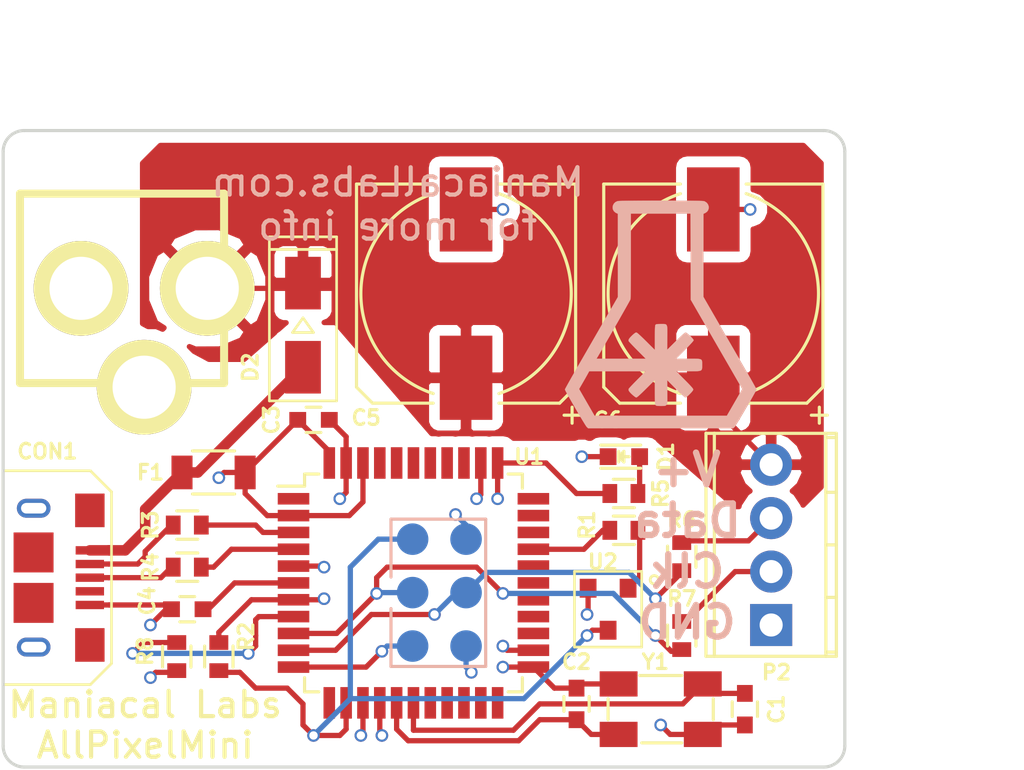
<source format=kicad_pcb>
(kicad_pcb (version 4) (host pcbnew 4.0.4-stable)

  (general
    (links 60)
    (no_connects 0)
    (area 19.542953 14.55 76.6 51.804552)
    (thickness 1.6)
    (drawings 13)
    (tracks 246)
    (zones 0)
    (modules 25)
    (nets 44)
  )

  (page A4)
  (layers
    (0 F.Cu power)
    (1 In1.Cu mixed)
    (2 In2.Cu power)
    (31 B.Cu signal)
    (33 F.Adhes user)
    (34 B.Paste user)
    (35 F.Paste user)
    (36 B.SilkS user hide)
    (37 F.SilkS user)
    (38 B.Mask user)
    (39 F.Mask user)
    (40 Dwgs.User user)
    (41 Cmts.User user)
    (42 Eco1.User user)
    (43 Eco2.User user)
    (44 Edge.Cuts user)
    (45 Margin user)
    (47 F.CrtYd user hide)
    (49 F.Fab user hide)
  )

  (setup
    (last_trace_width 0.25)
    (trace_clearance 0.2)
    (zone_clearance 0.508)
    (zone_45_only no)
    (trace_min 0.2)
    (segment_width 0.2)
    (edge_width 0.15)
    (via_size 0.6)
    (via_drill 0.4)
    (via_min_size 0.4)
    (via_min_drill 0.3)
    (uvia_size 0.3)
    (uvia_drill 0.1)
    (uvias_allowed no)
    (uvia_min_size 0.2)
    (uvia_min_drill 0.1)
    (pcb_text_width 0.3)
    (pcb_text_size 1.5 1.5)
    (mod_edge_width 0.15)
    (mod_text_size 1 1)
    (mod_text_width 0.15)
    (pad_size 1.524 1.524)
    (pad_drill 0.762)
    (pad_to_mask_clearance 0.2)
    (aux_axis_origin 0 0)
    (visible_elements 7FFEF77F)
    (pcbplotparams
      (layerselection 0x010fc_80000007)
      (usegerberextensions false)
      (excludeedgelayer true)
      (linewidth 0.100000)
      (plotframeref false)
      (viasonmask false)
      (mode 1)
      (useauxorigin false)
      (hpglpennumber 1)
      (hpglpenspeed 20)
      (hpglpendiameter 15)
      (hpglpenoverlay 2)
      (psnegative false)
      (psa4output false)
      (plotreference true)
      (plotvalue true)
      (plotinvisibletext false)
      (padsonsilk false)
      (subtractmaskfromsilk false)
      (outputformat 1)
      (mirror false)
      (drillshape 0)
      (scaleselection 1)
      (outputdirectory gerber/))
  )

  (net 0 "")
  (net 1 GND)
  (net 2 XTAL1)
  (net 3 XTAL2)
  (net 4 VUSB)
  (net 5 UCap)
  (net 6 VSTRIP)
  (net 7 "Net-(CON1-Pad2)")
  (net 8 "Net-(CON1-Pad3)")
  (net 9 "Net-(CON1-Pad4)")
  (net 10 MISO)
  (net 11 SCK)
  (net 12 MOSI)
  (net 13 RST)
  (net 14 "Net-(D1-Pad2)")
  (net 15 "Net-(P2-Pad2)")
  (net 16 "Net-(P2-Pad3)")
  (net 17 PB6)
  (net 18 D-)
  (net 19 D+)
  (net 20 PB0)
  (net 21 "Net-(U1-Pad1)")
  (net 22 "Net-(U1-Pad12)")
  (net 23 "Net-(U1-Pad18)")
  (net 24 "Net-(U1-Pad19)")
  (net 25 "Net-(U1-Pad20)")
  (net 26 "Net-(U1-Pad21)")
  (net 27 "Net-(U1-Pad22)")
  (net 28 "Net-(U1-Pad25)")
  (net 29 "Net-(U1-Pad26)")
  (net 30 "Net-(U1-Pad27)")
  (net 31 "Net-(U1-Pad28)")
  (net 32 "Net-(U1-Pad29)")
  (net 33 "Net-(U1-Pad31)")
  (net 34 "Net-(U1-Pad32)")
  (net 35 "Net-(U1-Pad33)")
  (net 36 "Net-(U1-Pad36)")
  (net 37 "Net-(U1-Pad37)")
  (net 38 "Net-(U1-Pad38)")
  (net 39 "Net-(U1-Pad39)")
  (net 40 "Net-(U1-Pad40)")
  (net 41 "Net-(U1-Pad41)")
  (net 42 "Net-(R1-Pad1)")
  (net 43 VRAWUSB)

  (net_class Default "This is the default net class."
    (clearance 0.2)
    (trace_width 0.25)
    (via_dia 0.6)
    (via_drill 0.4)
    (uvia_dia 0.3)
    (uvia_drill 0.1)
    (add_net D+)
    (add_net D-)
    (add_net GND)
    (add_net MISO)
    (add_net MOSI)
    (add_net "Net-(CON1-Pad2)")
    (add_net "Net-(CON1-Pad3)")
    (add_net "Net-(CON1-Pad4)")
    (add_net "Net-(D1-Pad2)")
    (add_net "Net-(P2-Pad2)")
    (add_net "Net-(P2-Pad3)")
    (add_net "Net-(R1-Pad1)")
    (add_net "Net-(U1-Pad1)")
    (add_net "Net-(U1-Pad12)")
    (add_net "Net-(U1-Pad18)")
    (add_net "Net-(U1-Pad19)")
    (add_net "Net-(U1-Pad20)")
    (add_net "Net-(U1-Pad21)")
    (add_net "Net-(U1-Pad22)")
    (add_net "Net-(U1-Pad25)")
    (add_net "Net-(U1-Pad26)")
    (add_net "Net-(U1-Pad27)")
    (add_net "Net-(U1-Pad28)")
    (add_net "Net-(U1-Pad29)")
    (add_net "Net-(U1-Pad31)")
    (add_net "Net-(U1-Pad32)")
    (add_net "Net-(U1-Pad33)")
    (add_net "Net-(U1-Pad36)")
    (add_net "Net-(U1-Pad37)")
    (add_net "Net-(U1-Pad38)")
    (add_net "Net-(U1-Pad39)")
    (add_net "Net-(U1-Pad40)")
    (add_net "Net-(U1-Pad41)")
    (add_net PB0)
    (add_net PB6)
    (add_net RST)
    (add_net SCK)
    (add_net UCap)
    (add_net VSTRIP)
    (add_net VUSB)
    (add_net XTAL1)
    (add_net XTAL2)
  )

  (net_class RAWUSB ""
    (clearance 0.2)
    (trace_width 0.5)
    (via_dia 0.6)
    (via_drill 0.4)
    (uvia_dia 0.3)
    (uvia_drill 0.1)
    (add_net VRAWUSB)
  )

  (module APM_CrystalSMD:Crystal_ABM3B_3.2mm_5mm (layer F.Cu) (tedit 5865AFF3) (tstamp 584DD703)
    (at 55.5 47.75 180)
    (path /57CD7FE7)
    (fp_text reference Y1 (at 0.25 2.25 180) (layer F.SilkS)
      (effects (font (size 0.7 0.7) (thickness 0.15)))
    )
    (fp_text value CRYSTAL_ABM3B_3.2mm_5mm (at 0 4.2 180) (layer F.Fab)
      (effects (font (size 1 1) (thickness 0.15)))
    )
    (fp_line (start -1 1.6) (end 1 1.6) (layer F.SilkS) (width 0.15))
    (fp_line (start 2.5 -0.5) (end 2.5 0.5) (layer F.SilkS) (width 0.15))
    (fp_line (start -2.5 -0.5) (end -2.5 0.5) (layer F.SilkS) (width 0.15))
    (fp_line (start -1 -1.6) (end 0.9 -1.6) (layer F.SilkS) (width 0.15))
    (pad 1 smd rect (at -2 1.2 180) (size 1.8 1.2) (layers F.Cu F.Paste F.Mask)
      (net 2 XTAL1))
    (pad 2 smd rect (at 2 1.2 180) (size 1.8 1.2) (layers F.Cu F.Paste F.Mask)
      (net 1 GND))
    (pad 3 smd rect (at 2 -1.2 180) (size 1.8 1.2) (layers F.Cu F.Paste F.Mask)
      (net 3 XTAL2))
    (pad 4 smd rect (at -2 -1.2 180) (size 1.8 1.2) (layers F.Cu F.Paste F.Mask)
      (net 1 GND))
  )

  (module Capacitors_SMD:C_0603 (layer F.Cu) (tedit 5865B359) (tstamp 584DD63A)
    (at 39 34)
    (descr "Capacitor SMD 0603, reflow soldering, AVX (see smccp.pdf)")
    (tags "capacitor 0603")
    (path /57C61AD7)
    (attr smd)
    (fp_text reference C3 (at -2 0 90) (layer F.SilkS)
      (effects (font (size 0.7 0.7) (thickness 0.15)))
    )
    (fp_text value 1uF (at 0 1.9) (layer F.Fab)
      (effects (font (size 1 1) (thickness 0.15)))
    )
    (fp_line (start -0.8 0.4) (end -0.8 -0.4) (layer F.Fab) (width 0.15))
    (fp_line (start 0.8 0.4) (end -0.8 0.4) (layer F.Fab) (width 0.15))
    (fp_line (start 0.8 -0.4) (end 0.8 0.4) (layer F.Fab) (width 0.15))
    (fp_line (start -0.8 -0.4) (end 0.8 -0.4) (layer F.Fab) (width 0.15))
    (fp_line (start -1.45 -0.75) (end 1.45 -0.75) (layer F.CrtYd) (width 0.05))
    (fp_line (start -1.45 0.75) (end 1.45 0.75) (layer F.CrtYd) (width 0.05))
    (fp_line (start -1.45 -0.75) (end -1.45 0.75) (layer F.CrtYd) (width 0.05))
    (fp_line (start 1.45 -0.75) (end 1.45 0.75) (layer F.CrtYd) (width 0.05))
    (fp_line (start -0.35 -0.6) (end 0.35 -0.6) (layer F.SilkS) (width 0.15))
    (fp_line (start 0.35 0.6) (end -0.35 0.6) (layer F.SilkS) (width 0.15))
    (pad 1 smd rect (at -0.75 0) (size 0.8 0.75) (layers F.Cu F.Paste F.Mask)
      (net 4 VUSB))
    (pad 2 smd rect (at 0.75 0) (size 0.8 0.75) (layers F.Cu F.Paste F.Mask)
      (net 1 GND))
    (model Capacitors_SMD.3dshapes/C_0603.wrl
      (at (xyz 0 0 0))
      (scale (xyz 1 1 1))
      (rotate (xyz 0 0 0))
    )
  )

  (module Capacitors_SMD:C_0603 (layer F.Cu) (tedit 5865B007) (tstamp 584DD634)
    (at 51.5 47.5 90)
    (descr "Capacitor SMD 0603, reflow soldering, AVX (see smccp.pdf)")
    (tags "capacitor 0603")
    (path /57C61623)
    (attr smd)
    (fp_text reference C2 (at 2 0 180) (layer F.SilkS)
      (effects (font (size 0.7 0.7) (thickness 0.15)))
    )
    (fp_text value 22pF (at 0 1.9 90) (layer F.Fab)
      (effects (font (size 1 1) (thickness 0.15)))
    )
    (fp_line (start -0.8 0.4) (end -0.8 -0.4) (layer F.Fab) (width 0.15))
    (fp_line (start 0.8 0.4) (end -0.8 0.4) (layer F.Fab) (width 0.15))
    (fp_line (start 0.8 -0.4) (end 0.8 0.4) (layer F.Fab) (width 0.15))
    (fp_line (start -0.8 -0.4) (end 0.8 -0.4) (layer F.Fab) (width 0.15))
    (fp_line (start -1.45 -0.75) (end 1.45 -0.75) (layer F.CrtYd) (width 0.05))
    (fp_line (start -1.45 0.75) (end 1.45 0.75) (layer F.CrtYd) (width 0.05))
    (fp_line (start -1.45 -0.75) (end -1.45 0.75) (layer F.CrtYd) (width 0.05))
    (fp_line (start 1.45 -0.75) (end 1.45 0.75) (layer F.CrtYd) (width 0.05))
    (fp_line (start -0.35 -0.6) (end 0.35 -0.6) (layer F.SilkS) (width 0.15))
    (fp_line (start 0.35 0.6) (end -0.35 0.6) (layer F.SilkS) (width 0.15))
    (pad 1 smd rect (at -0.75 0 90) (size 0.8 0.75) (layers F.Cu F.Paste F.Mask)
      (net 3 XTAL2))
    (pad 2 smd rect (at 0.75 0 90) (size 0.8 0.75) (layers F.Cu F.Paste F.Mask)
      (net 1 GND))
    (model Capacitors_SMD.3dshapes/C_0603.wrl
      (at (xyz 0 0 0))
      (scale (xyz 1 1 1))
      (rotate (xyz 0 0 0))
    )
  )

  (module Capacitors_SMD:c_elec_10x10 (layer F.Cu) (tedit 5865B1AA) (tstamp 584DD64C)
    (at 58 28 90)
    (descr "SMT capacitor, aluminium electrolytic, 10x10")
    (path /584D64E2)
    (attr smd)
    (fp_text reference C6 (at -6 -5 180) (layer F.SilkS)
      (effects (font (size 0.7 0.7) (thickness 0.15)))
    )
    (fp_text value 470uF (at 0 -6.4643 90) (layer F.Fab)
      (effects (font (size 1 1) (thickness 0.15)))
    )
    (fp_line (start -5.207 -4.445) (end -5.207 -1.5621) (layer F.SilkS) (width 0.15))
    (fp_line (start -5.207 4.445) (end -5.207 1.5621) (layer F.SilkS) (width 0.15))
    (fp_line (start 5.207 5.207) (end 5.207 1.5621) (layer F.SilkS) (width 0.15))
    (fp_line (start 5.207 -5.207) (end 5.207 -1.5621) (layer F.SilkS) (width 0.15))
    (fp_arc (start 0 0) (end 4.7498 1.5621) (angle 143.5903069) (layer F.SilkS) (width 0.15))
    (fp_arc (start 0 0) (end -4.7498 -1.5621) (angle 143.5903069) (layer F.SilkS) (width 0.15))
    (fp_line (start 5.0546 5.0546) (end 5.0546 -5.0546) (layer F.Fab) (width 0.15))
    (fp_line (start -4.3815 5.0546) (end 5.0546 5.0546) (layer F.Fab) (width 0.15))
    (fp_line (start -5.0546 4.3815) (end -4.3815 5.0546) (layer F.Fab) (width 0.15))
    (fp_line (start -5.0546 -4.3815) (end -5.0546 4.3815) (layer F.Fab) (width 0.15))
    (fp_line (start -4.3815 -5.0546) (end -5.0546 -4.3815) (layer F.Fab) (width 0.15))
    (fp_line (start 5.0546 -5.0546) (end -4.3815 -5.0546) (layer F.Fab) (width 0.15))
    (fp_text user + (at -2.9083 -0.0762 90) (layer F.Fab)
      (effects (font (size 1 1) (thickness 0.15)))
    )
    (fp_text user + (at -5.7785 4.9657 90) (layer F.SilkS)
      (effects (font (size 1 1) (thickness 0.15)))
    )
    (fp_line (start 6.35 -5.6) (end -6.35 -5.6) (layer F.CrtYd) (width 0.05))
    (fp_line (start -6.35 -5.6) (end -6.35 5.6) (layer F.CrtYd) (width 0.05))
    (fp_line (start -6.35 5.6) (end 6.35 5.6) (layer F.CrtYd) (width 0.05))
    (fp_line (start 6.35 5.6) (end 6.35 -5.6) (layer F.CrtYd) (width 0.05))
    (fp_line (start 5.207 5.207) (end -4.445 5.207) (layer F.SilkS) (width 0.15))
    (fp_line (start -4.445 5.207) (end -5.207 4.445) (layer F.SilkS) (width 0.15))
    (fp_line (start -5.207 -4.445) (end -4.445 -5.207) (layer F.SilkS) (width 0.15))
    (fp_line (start -4.445 -5.207) (end 5.207 -5.207) (layer F.SilkS) (width 0.15))
    (pad 1 smd rect (at -4 0 270) (size 4 2.5) (layers F.Cu F.Paste F.Mask)
      (net 6 VSTRIP))
    (pad 2 smd rect (at 4 0 270) (size 4 2.5) (layers F.Cu F.Paste F.Mask)
      (net 1 GND))
    (model Capacitors_SMD.3dshapes/c_elec_10x10.wrl
      (at (xyz 0 0 0))
      (scale (xyz 1 1 1))
      (rotate (xyz 0 0 180))
    )
  )

  (module Capacitors_SMD:C_0603 (layer F.Cu) (tedit 5865AC6B) (tstamp 584DD62E)
    (at 59.5 47.75 90)
    (descr "Capacitor SMD 0603, reflow soldering, AVX (see smccp.pdf)")
    (tags "capacitor 0603")
    (path /57C615E9)
    (attr smd)
    (fp_text reference C1 (at 0 1.5 90) (layer F.SilkS)
      (effects (font (size 0.7 0.7) (thickness 0.15)))
    )
    (fp_text value 22pF (at 0 1.9 90) (layer F.Fab)
      (effects (font (size 1 1) (thickness 0.15)))
    )
    (fp_line (start -0.8 0.4) (end -0.8 -0.4) (layer F.Fab) (width 0.15))
    (fp_line (start 0.8 0.4) (end -0.8 0.4) (layer F.Fab) (width 0.15))
    (fp_line (start 0.8 -0.4) (end 0.8 0.4) (layer F.Fab) (width 0.15))
    (fp_line (start -0.8 -0.4) (end 0.8 -0.4) (layer F.Fab) (width 0.15))
    (fp_line (start -1.45 -0.75) (end 1.45 -0.75) (layer F.CrtYd) (width 0.05))
    (fp_line (start -1.45 0.75) (end 1.45 0.75) (layer F.CrtYd) (width 0.05))
    (fp_line (start -1.45 -0.75) (end -1.45 0.75) (layer F.CrtYd) (width 0.05))
    (fp_line (start 1.45 -0.75) (end 1.45 0.75) (layer F.CrtYd) (width 0.05))
    (fp_line (start -0.35 -0.6) (end 0.35 -0.6) (layer F.SilkS) (width 0.15))
    (fp_line (start 0.35 0.6) (end -0.35 0.6) (layer F.SilkS) (width 0.15))
    (pad 1 smd rect (at -0.75 0 90) (size 0.8 0.75) (layers F.Cu F.Paste F.Mask)
      (net 1 GND))
    (pad 2 smd rect (at 0.75 0 90) (size 0.8 0.75) (layers F.Cu F.Paste F.Mask)
      (net 2 XTAL1))
    (model Capacitors_SMD.3dshapes/C_0603.wrl
      (at (xyz 0 0 0))
      (scale (xyz 1 1 1))
      (rotate (xyz 0 0 0))
    )
  )

  (module Capacitors_SMD:C_0603 (layer F.Cu) (tedit 58C7C6B8) (tstamp 584DD640)
    (at 33 43 180)
    (descr "Capacitor SMD 0603, reflow soldering, AVX (see smccp.pdf)")
    (tags "capacitor 0603")
    (path /57C6461D)
    (attr smd)
    (fp_text reference C4 (at 1.9 0.4 270) (layer F.SilkS)
      (effects (font (size 0.7 0.7) (thickness 0.15)))
    )
    (fp_text value 1uF (at 0 1.9 180) (layer F.Fab)
      (effects (font (size 1 1) (thickness 0.15)))
    )
    (fp_line (start -0.8 0.4) (end -0.8 -0.4) (layer F.Fab) (width 0.15))
    (fp_line (start 0.8 0.4) (end -0.8 0.4) (layer F.Fab) (width 0.15))
    (fp_line (start 0.8 -0.4) (end 0.8 0.4) (layer F.Fab) (width 0.15))
    (fp_line (start -0.8 -0.4) (end 0.8 -0.4) (layer F.Fab) (width 0.15))
    (fp_line (start -1.45 -0.75) (end 1.45 -0.75) (layer F.CrtYd) (width 0.05))
    (fp_line (start -1.45 0.75) (end 1.45 0.75) (layer F.CrtYd) (width 0.05))
    (fp_line (start -1.45 -0.75) (end -1.45 0.75) (layer F.CrtYd) (width 0.05))
    (fp_line (start 1.45 -0.75) (end 1.45 0.75) (layer F.CrtYd) (width 0.05))
    (fp_line (start -0.35 -0.6) (end 0.35 -0.6) (layer F.SilkS) (width 0.15))
    (fp_line (start 0.35 0.6) (end -0.35 0.6) (layer F.SilkS) (width 0.15))
    (pad 1 smd rect (at -0.75 0 180) (size 0.8 0.75) (layers F.Cu F.Paste F.Mask)
      (net 5 UCap))
    (pad 2 smd rect (at 0.75 0 180) (size 0.8 0.75) (layers F.Cu F.Paste F.Mask)
      (net 1 GND))
    (model Capacitors_SMD.3dshapes/C_0603.wrl
      (at (xyz 0 0 0))
      (scale (xyz 1 1 1))
      (rotate (xyz 0 0 0))
    )
  )

  (module Capacitors_SMD:c_elec_10x10 (layer F.Cu) (tedit 58C7C76A) (tstamp 584DD646)
    (at 46.25 28 90)
    (descr "SMT capacitor, aluminium electrolytic, 10x10")
    (path /57C65ACB)
    (attr smd)
    (fp_text reference C5 (at -5.9 -4.75 180) (layer F.SilkS)
      (effects (font (size 0.7 0.7) (thickness 0.15)))
    )
    (fp_text value 470uF (at 0 -6.4643 90) (layer F.Fab)
      (effects (font (size 1 1) (thickness 0.15)))
    )
    (fp_line (start -5.207 -4.445) (end -5.207 -1.5621) (layer F.SilkS) (width 0.15))
    (fp_line (start -5.207 4.445) (end -5.207 1.5621) (layer F.SilkS) (width 0.15))
    (fp_line (start 5.207 5.207) (end 5.207 1.5621) (layer F.SilkS) (width 0.15))
    (fp_line (start 5.207 -5.207) (end 5.207 -1.5621) (layer F.SilkS) (width 0.15))
    (fp_arc (start 0 0) (end 4.7498 1.5621) (angle 143.5903069) (layer F.SilkS) (width 0.15))
    (fp_arc (start 0 0) (end -4.7498 -1.5621) (angle 143.5903069) (layer F.SilkS) (width 0.15))
    (fp_line (start 5.0546 5.0546) (end 5.0546 -5.0546) (layer F.Fab) (width 0.15))
    (fp_line (start -4.3815 5.0546) (end 5.0546 5.0546) (layer F.Fab) (width 0.15))
    (fp_line (start -5.0546 4.3815) (end -4.3815 5.0546) (layer F.Fab) (width 0.15))
    (fp_line (start -5.0546 -4.3815) (end -5.0546 4.3815) (layer F.Fab) (width 0.15))
    (fp_line (start -4.3815 -5.0546) (end -5.0546 -4.3815) (layer F.Fab) (width 0.15))
    (fp_line (start 5.0546 -5.0546) (end -4.3815 -5.0546) (layer F.Fab) (width 0.15))
    (fp_text user + (at -2.9083 -0.0762 90) (layer F.Fab)
      (effects (font (size 1 1) (thickness 0.15)))
    )
    (fp_text user + (at -5.7785 4.9657 90) (layer F.SilkS)
      (effects (font (size 1 1) (thickness 0.15)))
    )
    (fp_line (start 6.35 -5.6) (end -6.35 -5.6) (layer F.CrtYd) (width 0.05))
    (fp_line (start -6.35 -5.6) (end -6.35 5.6) (layer F.CrtYd) (width 0.05))
    (fp_line (start -6.35 5.6) (end 6.35 5.6) (layer F.CrtYd) (width 0.05))
    (fp_line (start 6.35 5.6) (end 6.35 -5.6) (layer F.CrtYd) (width 0.05))
    (fp_line (start 5.207 5.207) (end -4.445 5.207) (layer F.SilkS) (width 0.15))
    (fp_line (start -4.445 5.207) (end -5.207 4.445) (layer F.SilkS) (width 0.15))
    (fp_line (start -5.207 -4.445) (end -4.445 -5.207) (layer F.SilkS) (width 0.15))
    (fp_line (start -4.445 -5.207) (end 5.207 -5.207) (layer F.SilkS) (width 0.15))
    (pad 1 smd rect (at -4 0 270) (size 4 2.5) (layers F.Cu F.Paste F.Mask)
      (net 6 VSTRIP))
    (pad 2 smd rect (at 4 0 270) (size 4 2.5) (layers F.Cu F.Paste F.Mask)
      (net 1 GND))
    (model Capacitors_SMD.3dshapes/c_elec_10x10.wrl
      (at (xyz 0 0 0))
      (scale (xyz 1 1 1))
      (rotate (xyz 0 0 180))
    )
  )

  (module MF_Connectors:MF_Connectors-MICROUSB-RIGHT (layer F.Cu) (tedit 5865AC9A) (tstamp 584DD65F)
    (at 27.1 41.5 270)
    (descr "DESCRIPTION: PACKAGE FOR MICRO USB TYPE B CONNECTOR. BASED ON FCI 10118193-0001LF.")
    (tags "DESCRIPTION: PACKAGE FOR MICRO USB TYPE B CONNECTOR. BASED ON FCI 10118193-0001LF.")
    (path /57C61CC0)
    (attr smd)
    (fp_text reference CON1 (at -6 0.75 360) (layer F.SilkS)
      (effects (font (size 0.7 0.7) (thickness 0.1524)))
    )
    (fp_text value ML_USB_MINI (at -2.54 -4.72948 270) (layer F.SilkS) hide
      (effects (font (size 1.016 1.016) (thickness 0.1524)))
    )
    (fp_line (start -5.08 2.85496) (end 5.08 2.85496) (layer F.SilkS) (width 0.127))
    (fp_line (start -5.08 2.85496) (end -5.08 -1.29794) (layer F.SilkS) (width 0.127))
    (fp_line (start -5.08 -1.29794) (end -4.07924 -2.2987) (layer F.SilkS) (width 0.127))
    (fp_line (start -4.07924 -2.2987) (end 4.07924 -2.2987) (layer F.SilkS) (width 0.127))
    (fp_line (start 4.07924 -2.2987) (end 5.08 -1.29794) (layer F.SilkS) (width 0.127))
    (fp_line (start 5.08 -1.29794) (end 5.08 2.85496) (layer F.SilkS) (width 0.127))
    (fp_line (start -3.54838 1.04902) (end -3.54838 1.74752) (layer F.SilkS) (width 0.00762))
    (pad 1 smd rect (at -1.29794 -1.27 90) (size 0.39878 1.34874) (layers F.Cu F.Paste F.Mask)
      (net 43 VRAWUSB) (solder_mask_margin 0.127) (clearance 0.127))
    (pad 2 smd rect (at -0.6477 -1.27 90) (size 0.39878 1.34874) (layers F.Cu F.Paste F.Mask)
      (net 7 "Net-(CON1-Pad2)") (solder_mask_margin 0.127) (clearance 0.127))
    (pad 3 smd rect (at 0 -1.27 90) (size 0.39878 1.34874) (layers F.Cu F.Paste F.Mask)
      (net 8 "Net-(CON1-Pad3)") (solder_mask_margin 0.127) (clearance 0.127))
    (pad 4 smd rect (at 0.6477 -1.27 90) (size 0.39878 1.34874) (layers F.Cu F.Paste F.Mask)
      (net 9 "Net-(CON1-Pad4)") (solder_mask_margin 0.127) (clearance 0.127))
    (pad 5 smd rect (at 1.29794 -1.27 90) (size 0.39878 1.34874) (layers F.Cu F.Paste F.Mask)
      (net 1 GND) (solder_mask_margin 0.127) (clearance 0.127))
    (pad S1 smd oval (at -3.29946 1.39954 90) (size 0.89916 1.59766) (layers F.Cu F.Paste F.Mask))
    (pad S2 smd oval (at 3.29946 1.39954 90) (size 0.89916 1.59766) (layers F.Cu F.Paste F.Mask))
    (pad S3 smd rect (at -3.19786 -1.27) (size 1.39954 1.59766) (layers F.Cu F.Paste F.Mask))
    (pad S4 smd rect (at 3.19786 -1.27) (size 1.39954 1.59766) (layers F.Cu F.Paste F.Mask))
    (pad S5 smd rect (at -1.19888 1.40462 270) (size 1.89992 1.89992) (layers F.Cu F.Paste F.Mask))
    (pad S6 smd rect (at 1.19888 1.40462 270) (size 1.89992 1.89992) (layers F.Cu F.Paste F.Mask))
    (pad S7 smd oval (at -3.29946 1.39954 90) (size 0.89916 1.59766) (layers B.Cu))
    (pad S8 smd oval (at 3.29946 1.39954 90) (size 0.89916 1.59766) (layers B.Cu))
    (pad SLOT thru_hole oval (at -3.3 1.4 270) (size 0.5 1.2) (drill oval 0.5 1.2) (layers *.Cu *.Mask)
      (solder_mask_margin 0.000003) (clearance 0.000003))
    (pad SLOT thru_hole oval (at 3.3 1.4 270) (size 0.5 1.2) (drill oval 0.5 1.2) (layers *.Cu *.Mask)
      (solder_mask_margin 0.000003) (clearance 0.000003))
  )

  (module APM_BarrelJack:ML_BARREL_JACK_ROUND_PADS_SHORT (layer F.Cu) (tedit 5851FED5) (tstamp 584DD666)
    (at 27.75 27.75)
    (descr "DC Barrel Jack")
    (tags "Power Jack")
    (path /57C666AA)
    (fp_text reference CON2 (at 1.25 -6 180) (layer F.SilkS) hide
      (effects (font (size 1.016 1.016) (thickness 0.2032)))
    )
    (fp_text value BARREL_JACK_VSTRIP (at 0 -5.99948) (layer F.SilkS) hide
      (effects (font (size 1.016 1.016) (thickness 0.2032)))
    )
    (fp_line (start -2.7005 -4.50088) (end -2.7005 4.50088) (layer F.SilkS) (width 0.381))
    (fp_line (start -2.70062 4.50088) (end 7.00024 4.50088) (layer F.SilkS) (width 0.381))
    (fp_line (start 7.00024 4.50088) (end 7.00024 -4.50088) (layer F.SilkS) (width 0.381))
    (fp_line (start 7.00024 -4.50088) (end -2.70062 -4.50088) (layer F.SilkS) (width 0.381))
    (pad 1 thru_hole circle (at 6.20014 0) (size 4.5 4.5) (drill 2.99974) (layers *.Cu *.Mask F.SilkS)
      (net 6 VSTRIP))
    (pad 2 thru_hole circle (at 0.20066 0) (size 4.5 4.5) (drill 2.99974) (layers *.Cu *.Mask F.SilkS)
      (net 1 GND))
    (pad 3 thru_hole circle (at 3.2004 4.699) (size 4.5 4.5) (drill 2.99974) (layers *.Cu *.Mask F.SilkS)
      (net 1 GND))
  )

  (module LEDs:LED_0603 (layer F.Cu) (tedit 5865ACE1) (tstamp 584DD676)
    (at 53.75 35.75)
    (descr "LED 0603 smd package")
    (tags "LED led 0603 SMD smd SMT smt smdled SMDLED smtled SMTLED")
    (path /57C65FAB)
    (attr smd)
    (fp_text reference D1 (at 2 0 90) (layer F.SilkS)
      (effects (font (size 0.7 0.7) (thickness 0.15)))
    )
    (fp_text value PWRGOOD (at 0 1.5) (layer F.Fab)
      (effects (font (size 1 1) (thickness 0.15)))
    )
    (fp_line (start -0.3 -0.2) (end -0.3 0.2) (layer F.Fab) (width 0.15))
    (fp_line (start -0.2 0) (end 0.1 -0.2) (layer F.Fab) (width 0.15))
    (fp_line (start 0.1 0.2) (end -0.2 0) (layer F.Fab) (width 0.15))
    (fp_line (start 0.1 -0.2) (end 0.1 0.2) (layer F.Fab) (width 0.15))
    (fp_line (start 0.8 0.4) (end -0.8 0.4) (layer F.Fab) (width 0.15))
    (fp_line (start 0.8 -0.4) (end 0.8 0.4) (layer F.Fab) (width 0.15))
    (fp_line (start -0.8 -0.4) (end 0.8 -0.4) (layer F.Fab) (width 0.15))
    (fp_line (start -0.8 0.4) (end -0.8 -0.4) (layer F.Fab) (width 0.15))
    (fp_line (start -1.1 0.55) (end 0.8 0.55) (layer F.SilkS) (width 0.15))
    (fp_line (start -1.1 -0.55) (end 0.8 -0.55) (layer F.SilkS) (width 0.15))
    (fp_line (start -0.2 0) (end 0.25 0) (layer F.SilkS) (width 0.15))
    (fp_line (start -0.25 -0.25) (end -0.25 0.25) (layer F.SilkS) (width 0.15))
    (fp_line (start -0.25 0) (end 0 -0.25) (layer F.SilkS) (width 0.15))
    (fp_line (start 0 -0.25) (end 0 0.25) (layer F.SilkS) (width 0.15))
    (fp_line (start 0 0.25) (end -0.25 0) (layer F.SilkS) (width 0.15))
    (fp_line (start 1.4 -0.75) (end 1.4 0.75) (layer F.CrtYd) (width 0.05))
    (fp_line (start 1.4 0.75) (end -1.4 0.75) (layer F.CrtYd) (width 0.05))
    (fp_line (start -1.4 0.75) (end -1.4 -0.75) (layer F.CrtYd) (width 0.05))
    (fp_line (start -1.4 -0.75) (end 1.4 -0.75) (layer F.CrtYd) (width 0.05))
    (pad 2 smd rect (at 0.7493 0 180) (size 0.79756 0.79756) (layers F.Cu F.Paste F.Mask)
      (net 14 "Net-(D1-Pad2)"))
    (pad 1 smd rect (at -0.7493 0 180) (size 0.79756 0.79756) (layers F.Cu F.Paste F.Mask)
      (net 1 GND))
    (model LEDs.3dshapes/LED_0603.wrl
      (at (xyz 0 0 0))
      (scale (xyz 1 1 1))
      (rotate (xyz 0 0 180))
    )
  )

  (module Terminal_Blocks:TerminalBlock_Pheonix_MPT-2.54mm_4pol (layer F.Cu) (tedit 5895C3DE) (tstamp 584DD684)
    (at 60.75 43.75 90)
    (descr "4-way 2.54mm pitch terminal block, Phoenix MPT series")
    (path /57C68634)
    (fp_text reference P2 (at -2.25 0.25 180) (layer F.SilkS)
      (effects (font (size 0.7 0.7) (thickness 0.15)))
    )
    (fp_text value LED_OUTPUT (at 3.81 4.50088 90) (layer F.Fab)
      (effects (font (size 1 1) (thickness 0.15)))
    )
    (fp_line (start -1.778 -3.302) (end 9.398 -3.302) (layer F.CrtYd) (width 0.05))
    (fp_line (start -1.778 3.302) (end -1.778 -3.302) (layer F.CrtYd) (width 0.05))
    (fp_line (start 9.398 3.302) (end -1.778 3.302) (layer F.CrtYd) (width 0.05))
    (fp_line (start 9.398 -3.302) (end 9.398 3.302) (layer F.CrtYd) (width 0.05))
    (fp_line (start 9.11098 -3.0988) (end -1.49098 -3.0988) (layer F.SilkS) (width 0.15))
    (fp_line (start -1.49098 -2.70002) (end 9.11098 -2.70002) (layer F.SilkS) (width 0.15))
    (fp_line (start -1.49098 2.60096) (end 9.11098 2.60096) (layer F.SilkS) (width 0.15))
    (fp_line (start 9.11098 3.0988) (end -1.49098 3.0988) (layer F.SilkS) (width 0.15))
    (fp_line (start 6.30682 2.60096) (end 6.30682 3.0988) (layer F.SilkS) (width 0.15))
    (fp_line (start 3.81 2.60096) (end 3.81 3.0988) (layer F.SilkS) (width 0.15))
    (fp_line (start -1.28778 3.0988) (end -1.28778 2.60096) (layer F.SilkS) (width 0.15))
    (fp_line (start 8.91032 2.60096) (end 8.91032 3.0988) (layer F.SilkS) (width 0.15))
    (fp_line (start 1.31318 3.0988) (end 1.31318 2.60096) (layer F.SilkS) (width 0.15))
    (fp_line (start 9.10844 3.0988) (end 9.10844 -3.0988) (layer F.SilkS) (width 0.15))
    (fp_line (start -1.4859 -3.0988) (end -1.4859 3.0988) (layer F.SilkS) (width 0.15))
    (pad 4 thru_hole oval (at 7.62 0 270) (size 1.99898 1.99898) (drill 1.09728) (layers *.Cu *.Mask)
      (net 6 VSTRIP))
    (pad 1 thru_hole rect (at 0 0 270) (size 1.99898 1.99898) (drill 1.09728) (layers *.Cu *.Mask)
      (net 1 GND))
    (pad 2 thru_hole oval (at 2.54 0 270) (size 1.99898 1.99898) (drill 1.09728) (layers *.Cu *.Mask)
      (net 15 "Net-(P2-Pad2)"))
    (pad 3 thru_hole oval (at 5.08 0 270) (size 1.99898 1.99898) (drill 1.09728) (layers *.Cu *.Mask)
      (net 16 "Net-(P2-Pad3)"))
    (model Terminal_Blocks.3dshapes/TerminalBlock_Pheonix_MPT-2.54mm_4pol.wrl
      (at (xyz 0.15 0 0))
      (scale (xyz 1 1 1))
      (rotate (xyz 0 0 0))
    )
  )

  (module Capacitors_SMD:C_1206 (layer F.Cu) (tedit 5865AC8C) (tstamp 584DDD75)
    (at 34.25 36.5 180)
    (descr "Capacitor SMD 1206, reflow soldering, AVX (see smccp.pdf)")
    (tags "capacitor 1206")
    (path /57C61EEE)
    (attr smd)
    (fp_text reference F1 (at 3 0 180) (layer F.SilkS)
      (effects (font (size 0.7 0.7) (thickness 0.15)))
    )
    (fp_text value 250mA (at 0 2.3 180) (layer F.Fab)
      (effects (font (size 1 1) (thickness 0.15)))
    )
    (fp_line (start -1.6 0.8) (end -1.6 -0.8) (layer F.Fab) (width 0.15))
    (fp_line (start 1.6 0.8) (end -1.6 0.8) (layer F.Fab) (width 0.15))
    (fp_line (start 1.6 -0.8) (end 1.6 0.8) (layer F.Fab) (width 0.15))
    (fp_line (start -1.6 -0.8) (end 1.6 -0.8) (layer F.Fab) (width 0.15))
    (fp_line (start -2.3 -1.15) (end 2.3 -1.15) (layer F.CrtYd) (width 0.05))
    (fp_line (start -2.3 1.15) (end 2.3 1.15) (layer F.CrtYd) (width 0.05))
    (fp_line (start -2.3 -1.15) (end -2.3 1.15) (layer F.CrtYd) (width 0.05))
    (fp_line (start 2.3 -1.15) (end 2.3 1.15) (layer F.CrtYd) (width 0.05))
    (fp_line (start 1 -1.025) (end -1 -1.025) (layer F.SilkS) (width 0.15))
    (fp_line (start -1 1.025) (end 1 1.025) (layer F.SilkS) (width 0.15))
    (pad 1 smd rect (at -1.5 0 180) (size 1 1.6) (layers F.Cu F.Paste F.Mask)
      (net 4 VUSB))
    (pad 2 smd rect (at 1.5 0 180) (size 1 1.6) (layers F.Cu F.Paste F.Mask)
      (net 43 VRAWUSB))
    (model Capacitors_SMD.3dshapes/C_1206.wrl
      (at (xyz 0 0 0))
      (scale (xyz 1 1 1))
      (rotate (xyz 0 0 0))
    )
  )

  (module MF_Discrete_Semiconductor:MF_Discrete_Semiconductor-SOT-23-3 (layer F.Cu) (tedit 5895C456) (tstamp 584DDE1B)
    (at 53 43 270)
    (descr "DESCRIPTION: STANDARD SOT-23-3 FOOTPRINT.")
    (tags "DESCRIPTION: STANDARD SOT-23-3 FOOTPRINT.")
    (path /584DE24E)
    (attr smd)
    (fp_text reference U2 (at -2.25 0.25 360) (layer F.SilkS)
      (effects (font (size 0.7 0.7) (thickness 0.1524)))
    )
    (fp_text value NPN_BJT_SOT-23-3 (at 0.8636 3.8354 270) (layer F.SilkS) hide
      (effects (font (size 1.016 1.016) (thickness 0.1524)))
    )
    (fp_line (start -1.79832 -1.59766) (end -1.79832 1.59766) (layer F.SilkS) (width 0.127))
    (fp_line (start -1.79832 1.59766) (end 1.79832 1.59766) (layer F.SilkS) (width 0.127))
    (fp_line (start 1.79832 1.59766) (end 1.79832 -1.59766) (layer F.SilkS) (width 0.127))
    (fp_line (start 1.79832 -1.59766) (end -1.79832 -1.59766) (layer F.SilkS) (width 0.127))
    (fp_line (start -1.59766 -2.19964) (end -1.59258 -2.25044) (layer F.SilkS) (width 0.127))
    (fp_line (start -1.59258 -2.25044) (end -1.57226 -2.2987) (layer F.SilkS) (width 0.127))
    (fp_line (start -1.57226 -2.2987) (end -1.53924 -2.33934) (layer F.SilkS) (width 0.127))
    (fp_line (start -1.53924 -2.33934) (end -1.4986 -2.37236) (layer F.SilkS) (width 0.127))
    (fp_line (start -1.4986 -2.37236) (end -1.45034 -2.39268) (layer F.SilkS) (width 0.127))
    (fp_line (start -1.45034 -2.39268) (end -1.39954 -2.39776) (layer F.SilkS) (width 0.127))
    (fp_line (start -1.39954 -2.39776) (end -1.3462 -2.39268) (layer F.SilkS) (width 0.127))
    (fp_line (start -1.3462 -2.39268) (end -1.29794 -2.37236) (layer F.SilkS) (width 0.127))
    (fp_line (start -1.29794 -2.37236) (end -1.2573 -2.33934) (layer F.SilkS) (width 0.127))
    (fp_line (start -1.2573 -2.33934) (end -1.22428 -2.2987) (layer F.SilkS) (width 0.127))
    (fp_line (start -1.22428 -2.2987) (end -1.2065 -2.25044) (layer F.SilkS) (width 0.127))
    (fp_line (start -1.2065 -2.25044) (end -1.19888 -2.19964) (layer F.SilkS) (width 0.127))
    (fp_line (start -1.19888 -2.19964) (end -1.2065 -2.1463) (layer F.SilkS) (width 0.127))
    (fp_line (start -1.2065 -2.1463) (end -1.22428 -2.09804) (layer F.SilkS) (width 0.127))
    (fp_line (start -1.22428 -2.09804) (end -1.2573 -2.0574) (layer F.SilkS) (width 0.127))
    (fp_line (start -1.2573 -2.0574) (end -1.29794 -2.02438) (layer F.SilkS) (width 0.127))
    (fp_line (start -1.29794 -2.02438) (end -1.3462 -2.0066) (layer F.SilkS) (width 0.127))
    (fp_line (start -1.3462 -2.0066) (end -1.39954 -1.99898) (layer F.SilkS) (width 0.127))
    (fp_line (start -1.39954 -1.99898) (end -1.45034 -2.0066) (layer F.SilkS) (width 0.127))
    (fp_line (start -1.45034 -2.0066) (end -1.4986 -2.02438) (layer F.SilkS) (width 0.127))
    (fp_line (start -1.4986 -2.02438) (end -1.53924 -2.0574) (layer F.SilkS) (width 0.127))
    (fp_line (start -1.53924 -2.0574) (end -1.57226 -2.09804) (layer F.SilkS) (width 0.127))
    (fp_line (start -1.57226 -2.09804) (end -1.59258 -2.1463) (layer F.SilkS) (width 0.127))
    (fp_line (start -1.59258 -2.1463) (end -1.59766 -2.19964) (layer F.SilkS) (width 0.127))
    (pad P$1 smd rect (at -0.99822 -0.94996 270) (size 0.89916 0.79756) (layers F.Cu F.Paste F.Mask)
      (net 42 "Net-(R1-Pad1)"))
    (pad P$2 smd rect (at -0.99822 0.94996 270) (size 0.89916 0.79756) (layers F.Cu F.Paste F.Mask)
      (net 1 GND))
    (pad P$3 smd rect (at 0.99822 0 270) (size 0.89916 0.79756) (layers F.Cu F.Paste F.Mask)
      (net 13 RST))
  )

  (module MF_Discrete_Semiconductor:MF_Discrete_Semiconductor-SMA (layer F.Cu) (tedit 5865AC96) (tstamp 5851ED6C)
    (at 38.5 29.5 270)
    (descr "DESCRIPTION: FOOTPRINT FOR DIODES IN SMA STANDARD.")
    (tags "DESCRIPTION: FOOTPRINT FOR DIODES IN SMA STANDARD.")
    (path /5851EBEC)
    (attr smd)
    (fp_text reference D2 (at 2 2.5 270) (layer F.SilkS)
      (effects (font (size 0.7 0.7) (thickness 0.1524)))
    )
    (fp_text value DIODES_B140_SMA (at -1.65862 -3.92176 270) (layer F.SilkS) hide
      (effects (font (size 1.016 1.016) (thickness 0.1524)))
    )
    (fp_line (start -3.59918 -1.59766) (end 3.59918 -1.59766) (layer F.SilkS) (width 0.127))
    (fp_line (start 3.59918 -1.59766) (end 3.59918 1.59766) (layer F.SilkS) (width 0.127))
    (fp_line (start 3.59918 1.59766) (end -3.59918 1.59766) (layer F.SilkS) (width 0.127))
    (fp_line (start -3.59918 1.59766) (end -3.59918 -1.59766) (layer F.SilkS) (width 0.127))
    (fp_line (start -0.34798 0) (end 0.34798 -0.49784) (layer F.SilkS) (width 0.127))
    (fp_line (start 0.34798 -0.49784) (end 0.34798 0.49784) (layer F.SilkS) (width 0.127))
    (fp_line (start 0.34798 0.49784) (end -0.34798 0) (layer F.SilkS) (width 0.127))
    (fp_line (start -4.19862 -1.59766) (end -3.59918 -1.59766) (layer F.SilkS) (width 0.127))
    (fp_line (start -3.59918 -1.59766) (end -3.59918 1.59766) (layer F.SilkS) (width 0.127))
    (fp_line (start -3.59918 1.59766) (end -4.19862 1.59766) (layer F.SilkS) (width 0.127))
    (fp_line (start -4.19862 1.59766) (end -4.19862 -1.59766) (layer F.SilkS) (width 0.127))
    (pad ANOD smd rect (at 1.99898 0 90) (size 2.49936 1.69926) (layers F.Cu F.Paste F.Mask)
      (net 43 VRAWUSB))
    (pad CATH smd rect (at -1.99898 0 90) (size 2.49936 1.69926) (layers F.Cu F.Paste F.Mask)
      (net 6 VSTRIP))
  )

  (module LOGOS:logo_MLlabs (layer B.Cu) (tedit 585589DA) (tstamp 58558ED4)
    (at 55.5 29 180)
    (fp_text reference L103 (at 0 0 180) (layer B.SilkS) hide
      (effects (font (thickness 0.3)) (justify mirror))
    )
    (fp_text value "Maniacal Labs" (at 0 -6.604 180) (layer B.SilkS) hide
      (effects (font (thickness 0.3)) (justify mirror))
    )
    (fp_poly (pts (xy 0.37351 5.419811) (xy 0.625774 5.419061) (xy 0.869072 5.417928) (xy 1.099737 5.416409)
      (xy 1.314107 5.414505) (xy 1.508518 5.412216) (xy 1.679304 5.409542) (xy 1.822803 5.406484)
      (xy 1.935349 5.40304) (xy 2.013278 5.399212) (xy 2.052927 5.394998) (xy 2.054728 5.394531)
      (xy 2.152867 5.346931) (xy 2.224363 5.27606) (xy 2.268342 5.18989) (xy 2.283931 5.096392)
      (xy 2.270257 5.003538) (xy 2.226445 4.919299) (xy 2.151623 4.851647) (xy 2.116292 4.832595)
      (xy 2.033092 4.79425) (xy 2.032546 2.818478) (xy 2.032 0.842707) (xy 2.601593 -0.144855)
      (xy 2.722317 -0.354154) (xy 2.859863 -0.592593) (xy 3.009888 -0.852645) (xy 3.168051 -1.126787)
      (xy 3.330011 -1.407494) (xy 3.491425 -1.687239) (xy 3.647952 -1.9585) (xy 3.795251 -2.21375)
      (xy 3.861009 -2.327694) (xy 3.979956 -2.534297) (xy 4.092412 -2.730595) (xy 4.196611 -2.913444)
      (xy 4.290786 -3.079695) (xy 4.37317 -3.226203) (xy 4.441997 -3.349821) (xy 4.4955 -3.447404)
      (xy 4.531913 -3.515803) (xy 4.54947 -3.551874) (xy 4.550834 -3.55634) (xy 4.540347 -3.583806)
      (xy 4.510607 -3.643108) (xy 4.464194 -3.729813) (xy 4.40369 -3.839488) (xy 4.331676 -3.9677)
      (xy 4.250731 -4.110016) (xy 4.163436 -4.262005) (xy 4.072373 -4.419232) (xy 3.980122 -4.577265)
      (xy 3.889264 -4.731673) (xy 3.80238 -4.87802) (xy 3.72205 -5.011876) (xy 3.650855 -5.128807)
      (xy 3.591376 -5.22438) (xy 3.546194 -5.294164) (xy 3.517889 -5.333724) (xy 3.5128 -5.339292)
      (xy 3.449499 -5.3975) (xy -3.449499 -5.3975) (xy -3.5128 -5.339292) (xy -3.535191 -5.310329)
      (xy -3.575281 -5.249718) (xy -3.630488 -5.161894) (xy -3.698232 -5.051289) (xy -3.775933 -4.922338)
      (xy -3.86101 -4.779474) (xy -3.950882 -4.627129) (xy -4.042969 -4.469738) (xy -4.134691 -4.311735)
      (xy -4.223466 -4.157552) (xy -4.306715 -4.011623) (xy -4.381856 -3.878382) (xy -4.446309 -3.762261)
      (xy -4.497494 -3.667695) (xy -4.53283 -3.599118) (xy -4.549737 -3.560961) (xy -4.550833 -3.555911)
      (xy -4.54248 -3.535651) (xy -3.877576 -3.535651) (xy -3.511322 -4.170242) (xy -3.145068 -4.804834)
      (xy 3.144872 -4.804834) (xy 3.511593 -4.169164) (xy 3.878315 -3.533495) (xy 3.73417 -3.285456)
      (xy 3.669478 -3.173446) (xy 3.601855 -3.055207) (xy 3.539599 -2.94531) (xy 3.493638 -2.863087)
      (xy 3.39725 -2.688757) (xy 2.053376 -2.688462) (xy 0.709501 -2.688167) (xy 1.103665 -3.085042)
      (xy 1.210301 -3.193137) (xy 1.307656 -3.293208) (xy 1.391519 -3.380813) (xy 1.457677 -3.451513)
      (xy 1.50192 -3.500868) (xy 1.519643 -3.523596) (xy 1.529392 -3.573641) (xy 1.51294 -3.620422)
      (xy 1.479591 -3.668094) (xy 1.425742 -3.727772) (xy 1.360065 -3.791694) (xy 1.291228 -3.852099)
      (xy 1.227902 -3.901226) (xy 1.178757 -3.931312) (xy 1.159307 -3.937) (xy 1.12951 -3.922934)
      (xy 1.074383 -3.88031) (xy 0.993211 -3.808485) (xy 0.885281 -3.706819) (xy 0.749878 -3.57467)
      (xy 0.694415 -3.519655) (xy 0.275167 -3.102311) (xy 0.275167 -3.68203) (xy 0.274915 -3.856412)
      (xy 0.273975 -3.993349) (xy 0.272069 -4.097729) (xy 0.268922 -4.17444) (xy 0.264256 -4.228369)
      (xy 0.257794 -4.264402) (xy 0.24926 -4.287427) (xy 0.240136 -4.300458) (xy 0.217689 -4.31844)
      (xy 0.183744 -4.329947) (xy 0.129576 -4.336317) (xy 0.04646 -4.338887) (xy -0.012327 -4.339167)
      (xy -0.110657 -4.338651) (xy -0.17593 -4.335761) (xy -0.217424 -4.32848) (xy -0.244413 -4.314793)
      (xy -0.266173 -4.292683) (xy -0.274595 -4.28217) (xy -0.288104 -4.263494) (xy -0.29851 -4.242528)
      (xy -0.306144 -4.214002) (xy -0.311336 -4.172646) (xy -0.314419 -4.11319) (xy -0.315723 -4.030363)
      (xy -0.31558 -3.918895) (xy -0.314321 -3.773516) (xy -0.313173 -3.668319) (xy -0.311551 -3.519774)
      (xy -0.310181 -3.386162) (xy -0.309114 -3.273006) (xy -0.308399 -3.185831) (xy -0.308084 -3.13016)
      (xy -0.308204 -3.111483) (xy -0.322833 -3.125853) (xy -0.363436 -3.166369) (xy -0.42614 -3.229151)
      (xy -0.507075 -3.31032) (xy -0.602371 -3.405996) (xy -0.708157 -3.5123) (xy -0.710371 -3.514526)
      (xy -0.818939 -3.622322) (xy -0.920071 -3.720178) (xy -1.009319 -3.803993) (xy -1.082236 -3.869664)
      (xy -1.134375 -3.913089) (xy -1.160883 -3.930075) (xy -1.188124 -3.93087) (xy -1.220707 -3.916757)
      (xy -1.265033 -3.883199) (xy -1.3275 -3.825659) (xy -1.377841 -3.776254) (xy -1.460844 -3.69021)
      (xy -1.513977 -3.626101) (xy -1.540558 -3.579576) (xy -1.545166 -3.556695) (xy -1.538064 -3.532744)
      (xy -1.514971 -3.496459) (xy -1.473213 -3.444812) (xy -1.410111 -3.374773) (xy -1.32299 -3.283312)
      (xy -1.209172 -3.167402) (xy -1.137912 -3.095824) (xy -0.730657 -2.688167) (xy -1.300589 -2.688167)
      (xy -1.486348 -2.688314) (xy -1.634117 -2.687458) (xy -1.748228 -2.683653) (xy -1.833015 -2.674952)
      (xy -1.89281 -2.659409) (xy -1.931946 -2.635079) (xy -1.954756 -2.600013) (xy -1.965572 -2.552267)
      (xy -1.968728 -2.489895) (xy -1.968555 -2.410949) (xy -1.9685 -2.388144) (xy -1.969 -2.306317)
      (xy -1.967602 -2.241307) (xy -1.959955 -2.191187) (xy -1.94171 -2.154031) (xy -1.908518 -2.127912)
      (xy -1.856029 -2.110905) (xy -1.779895 -2.101082) (xy -1.675765 -2.096518) (xy -1.53929 -2.095287)
      (xy -1.36612 -2.095462) (xy -1.307738 -2.0955) (xy -0.731644 -2.0955) (xy -1.148988 -1.676252)
      (xy -1.268135 -1.555162) (xy -1.37146 -1.447356) (xy -1.455931 -1.356171) (xy -1.518514 -1.284942)
      (xy -1.556175 -1.237005) (xy -1.566333 -1.21732) (xy -1.551004 -1.181857) (xy -1.510304 -1.127969)
      (xy -1.452164 -1.063365) (xy -1.384515 -0.995757) (xy -1.315288 -0.932855) (xy -1.252413 -0.882371)
      (xy -1.203821 -0.852014) (xy -1.185096 -0.846667) (xy -1.159856 -0.855652) (xy -1.118576 -0.884088)
      (xy -1.058751 -0.934198) (xy -0.977879 -1.008204) (xy -0.873455 -1.10833) (xy -0.742976 -1.236797)
      (xy -0.720873 -1.258778) (xy -0.306916 -1.670889) (xy -0.313153 -1.105034) (xy -0.315396 -0.920332)
      (xy -0.316274 -0.773605) (xy -0.313798 -0.6605) (xy -0.305979 -0.576662) (xy -0.290827 -0.517737)
      (xy -0.266351 -0.479372) (xy -0.230562 -0.457213) (xy -0.18147 -0.446906) (xy -0.117085 -0.444098)
      (xy -0.035418 -0.444435) (xy -0.011271 -0.4445) (xy 0.095703 -0.445996) (xy 0.168184 -0.451162)
      (xy 0.213928 -0.461019) (xy 0.240693 -0.476584) (xy 0.241905 -0.477762) (xy 0.251895 -0.492626)
      (xy 0.259708 -0.518054) (xy 0.265598 -0.558791) (xy 0.269821 -0.619582) (xy 0.272632 -0.705172)
      (xy 0.274287 -0.820307) (xy 0.275039 -0.969732) (xy 0.275167 -1.09619) (xy 0.275167 -1.681356)
      (xy 0.694415 -1.264012) (xy 0.833303 -1.126988) (xy 0.945358 -1.019277) (xy 1.032524 -0.939144)
      (xy 1.096745 -0.884853) (xy 1.139965 -0.854668) (xy 1.161914 -0.846667) (xy 1.204854 -0.862734)
      (xy 1.269239 -0.908687) (xy 1.348042 -0.978959) (xy 1.43637 -1.067743) (xy 1.493827 -1.136387)
      (xy 1.523527 -1.189991) (xy 1.528584 -1.233656) (xy 1.519643 -1.260071) (xy 1.499265 -1.285883)
      (xy 1.453098 -1.337123) (xy 1.385356 -1.409351) (xy 1.300249 -1.498127) (xy 1.201989 -1.599009)
      (xy 1.103665 -1.698625) (xy 0.709501 -2.0955) (xy 3.051453 -2.0955) (xy 3.009726 -2.026709)
      (xy 2.963296 -1.949099) (xy 2.901438 -1.844066) (xy 2.826165 -1.715133) (xy 2.739486 -1.56582)
      (xy 2.643413 -1.399649) (xy 2.539956 -1.220141) (xy 2.431126 -1.030818) (xy 2.318935 -0.835201)
      (xy 2.205393 -0.636812) (xy 2.09251 -0.439172) (xy 1.982299 -0.245802) (xy 1.876768 -0.060224)
      (xy 1.777931 0.114041) (xy 1.687797 0.273471) (xy 1.608376 0.414545) (xy 1.541681 0.533742)
      (xy 1.489722 0.627539) (xy 1.45451 0.692416) (xy 1.438055 0.724851) (xy 1.437196 0.727121)
      (xy 1.434382 0.757826) (xy 1.431706 0.827984) (xy 1.429195 0.934716) (xy 1.426873 1.075142)
      (xy 1.424768 1.246383) (xy 1.422906 1.44556) (xy 1.421314 1.669791) (xy 1.420018 1.916199)
      (xy 1.419044 2.181902) (xy 1.41842 2.464022) (xy 1.41817 2.759679) (xy 1.418167 2.799152)
      (xy 1.418167 4.804833) (xy -1.417347 4.804833) (xy -1.423048 2.756958) (xy -1.42875 0.709083)
      (xy -1.887027 -0.084667) (xy -2.006642 -0.291825) (xy -2.139369 -0.521659) (xy -2.279305 -0.763949)
      (xy -2.420546 -1.008476) (xy -2.557192 -1.24502) (xy -2.683337 -1.463363) (xy -2.773413 -1.61925)
      (xy -2.967525 -1.9552) (xy -3.142856 -2.258734) (xy -3.299114 -2.529347) (xy -3.436006 -2.76653)
      (xy -3.553238 -2.969775) (xy -3.65052 -3.138575) (xy -3.727557 -3.272423) (xy -3.784056 -3.37081)
      (xy -3.819726 -3.433229) (xy -3.826558 -3.445284) (xy -3.877576 -3.535651) (xy -4.54248 -3.535651)
      (xy -4.540542 -3.530952) (xy -4.511118 -3.473348) (xy -4.46474 -3.387032) (xy -4.403584 -3.275938)
      (xy -4.329828 -3.143999) (xy -4.245648 -2.995151) (xy -4.153221 -2.833325) (xy -4.09344 -2.729433)
      (xy -3.978656 -2.53052) (xy -3.854821 -2.315946) (xy -3.727009 -2.094502) (xy -3.600297 -1.874982)
      (xy -3.47976 -1.666179) (xy -3.370473 -1.476885) (xy -3.281568 -1.322917) (xy -3.186583 -1.158429)
      (xy -3.075654 -0.966318) (xy -2.953999 -0.755623) (xy -2.826839 -0.535383) (xy -2.699392 -0.31464)
      (xy -2.576878 -0.102432) (xy -2.479544 0.06617) (xy -2.032 0.841424) (xy -2.033092 4.79425)
      (xy -2.116292 4.832595) (xy -2.202689 4.892178) (xy -2.257755 4.971267) (xy -2.282365 5.061891)
      (xy -2.277392 5.156078) (xy -2.243708 5.245857) (xy -2.182188 5.323256) (xy -2.093705 5.380304)
      (xy -2.054727 5.394531) (xy -2.019332 5.398785) (xy -1.945269 5.402654) (xy -1.836203 5.406138)
      (xy -1.695798 5.409238) (xy -1.527718 5.411952) (xy -1.335627 5.414282) (xy -1.123191 5.416226)
      (xy -0.894071 5.417786) (xy -0.651934 5.41896) (xy -0.400443 5.41975) (xy -0.143263 5.420155)
      (xy 0.115943 5.420175) (xy 0.37351 5.419811)) (layer B.SilkS) (width 0.01))
  )

  (module Housings_QFP:TQFP-44_10x10mm_Pitch0.8mm (layer F.Cu) (tedit 5865B145) (tstamp 5865AC6A)
    (at 43.75 41.75)
    (descr "44-Lead Plastic Thin Quad Flatpack (PT) - 10x10x1.0 mm Body [TQFP] (see Microchip Packaging Specification 00000049BS.pdf)")
    (tags "QFP 0.8")
    (path /57C61509)
    (attr smd)
    (fp_text reference U1 (at 5.5 -6) (layer F.SilkS)
      (effects (font (size 0.7 0.7) (thickness 0.15)))
    )
    (fp_text value ATMEGA16U4/32U4 (at 0 7.45) (layer F.Fab)
      (effects (font (size 1 1) (thickness 0.15)))
    )
    (fp_text user %R (at 0 0) (layer F.Fab)
      (effects (font (size 1 1) (thickness 0.15)))
    )
    (fp_line (start -4 -5) (end 5 -5) (layer F.Fab) (width 0.15))
    (fp_line (start 5 -5) (end 5 5) (layer F.Fab) (width 0.15))
    (fp_line (start 5 5) (end -5 5) (layer F.Fab) (width 0.15))
    (fp_line (start -5 5) (end -5 -4) (layer F.Fab) (width 0.15))
    (fp_line (start -5 -4) (end -4 -5) (layer F.Fab) (width 0.15))
    (fp_line (start -6.7 -6.7) (end -6.7 6.7) (layer F.CrtYd) (width 0.05))
    (fp_line (start 6.7 -6.7) (end 6.7 6.7) (layer F.CrtYd) (width 0.05))
    (fp_line (start -6.7 -6.7) (end 6.7 -6.7) (layer F.CrtYd) (width 0.05))
    (fp_line (start -6.7 6.7) (end 6.7 6.7) (layer F.CrtYd) (width 0.05))
    (fp_line (start -5.175 -5.175) (end -5.175 -4.6) (layer F.SilkS) (width 0.15))
    (fp_line (start 5.175 -5.175) (end 5.175 -4.5) (layer F.SilkS) (width 0.15))
    (fp_line (start 5.175 5.175) (end 5.175 4.5) (layer F.SilkS) (width 0.15))
    (fp_line (start -5.175 5.175) (end -5.175 4.5) (layer F.SilkS) (width 0.15))
    (fp_line (start -5.175 -5.175) (end -4.5 -5.175) (layer F.SilkS) (width 0.15))
    (fp_line (start -5.175 5.175) (end -4.5 5.175) (layer F.SilkS) (width 0.15))
    (fp_line (start 5.175 5.175) (end 4.5 5.175) (layer F.SilkS) (width 0.15))
    (fp_line (start 5.175 -5.175) (end 4.5 -5.175) (layer F.SilkS) (width 0.15))
    (fp_line (start -5.175 -4.6) (end -6.45 -4.6) (layer F.SilkS) (width 0.15))
    (pad 1 smd rect (at -5.7 -4) (size 1.5 0.55) (layers F.Cu F.Paste F.Mask)
      (net 21 "Net-(U1-Pad1)"))
    (pad 2 smd rect (at -5.7 -3.2) (size 1.5 0.55) (layers F.Cu F.Paste F.Mask)
      (net 4 VUSB))
    (pad 3 smd rect (at -5.7 -2.4) (size 1.5 0.55) (layers F.Cu F.Paste F.Mask)
      (net 18 D-))
    (pad 4 smd rect (at -5.7 -1.6) (size 1.5 0.55) (layers F.Cu F.Paste F.Mask)
      (net 19 D+))
    (pad 5 smd rect (at -5.7 -0.8) (size 1.5 0.55) (layers F.Cu F.Paste F.Mask)
      (net 1 GND))
    (pad 6 smd rect (at -5.7 0) (size 1.5 0.55) (layers F.Cu F.Paste F.Mask)
      (net 5 UCap))
    (pad 7 smd rect (at -5.7 0.8) (size 1.5 0.55) (layers F.Cu F.Paste F.Mask)
      (net 4 VUSB))
    (pad 8 smd rect (at -5.7 1.6) (size 1.5 0.55) (layers F.Cu F.Paste F.Mask)
      (net 20 PB0))
    (pad 9 smd rect (at -5.7 2.4) (size 1.5 0.55) (layers F.Cu F.Paste F.Mask)
      (net 11 SCK))
    (pad 10 smd rect (at -5.7 3.2) (size 1.5 0.55) (layers F.Cu F.Paste F.Mask)
      (net 12 MOSI))
    (pad 11 smd rect (at -5.7 4) (size 1.5 0.55) (layers F.Cu F.Paste F.Mask)
      (net 10 MISO))
    (pad 12 smd rect (at -4 5.7 90) (size 1.5 0.55) (layers F.Cu F.Paste F.Mask)
      (net 22 "Net-(U1-Pad12)"))
    (pad 13 smd rect (at -3.2 5.7 90) (size 1.5 0.55) (layers F.Cu F.Paste F.Mask)
      (net 13 RST))
    (pad 14 smd rect (at -2.4 5.7 90) (size 1.5 0.55) (layers F.Cu F.Paste F.Mask)
      (net 4 VUSB))
    (pad 15 smd rect (at -1.6 5.7 90) (size 1.5 0.55) (layers F.Cu F.Paste F.Mask)
      (net 1 GND))
    (pad 16 smd rect (at -0.8 5.7 90) (size 1.5 0.55) (layers F.Cu F.Paste F.Mask)
      (net 3 XTAL2))
    (pad 17 smd rect (at 0 5.7 90) (size 1.5 0.55) (layers F.Cu F.Paste F.Mask)
      (net 2 XTAL1))
    (pad 18 smd rect (at 0.8 5.7 90) (size 1.5 0.55) (layers F.Cu F.Paste F.Mask)
      (net 23 "Net-(U1-Pad18)"))
    (pad 19 smd rect (at 1.6 5.7 90) (size 1.5 0.55) (layers F.Cu F.Paste F.Mask)
      (net 24 "Net-(U1-Pad19)"))
    (pad 20 smd rect (at 2.4 5.7 90) (size 1.5 0.55) (layers F.Cu F.Paste F.Mask)
      (net 25 "Net-(U1-Pad20)"))
    (pad 21 smd rect (at 3.2 5.7 90) (size 1.5 0.55) (layers F.Cu F.Paste F.Mask)
      (net 26 "Net-(U1-Pad21)"))
    (pad 22 smd rect (at 4 5.7 90) (size 1.5 0.55) (layers F.Cu F.Paste F.Mask)
      (net 27 "Net-(U1-Pad22)"))
    (pad 23 smd rect (at 5.7 4) (size 1.5 0.55) (layers F.Cu F.Paste F.Mask)
      (net 1 GND))
    (pad 24 smd rect (at 5.7 3.2) (size 1.5 0.55) (layers F.Cu F.Paste F.Mask)
      (net 4 VUSB))
    (pad 25 smd rect (at 5.7 2.4) (size 1.5 0.55) (layers F.Cu F.Paste F.Mask)
      (net 28 "Net-(U1-Pad25)"))
    (pad 26 smd rect (at 5.7 1.6) (size 1.5 0.55) (layers F.Cu F.Paste F.Mask)
      (net 29 "Net-(U1-Pad26)"))
    (pad 27 smd rect (at 5.7 0.8) (size 1.5 0.55) (layers F.Cu F.Paste F.Mask)
      (net 30 "Net-(U1-Pad27)"))
    (pad 28 smd rect (at 5.7 0) (size 1.5 0.55) (layers F.Cu F.Paste F.Mask)
      (net 31 "Net-(U1-Pad28)"))
    (pad 29 smd rect (at 5.7 -0.8) (size 1.5 0.55) (layers F.Cu F.Paste F.Mask)
      (net 32 "Net-(U1-Pad29)"))
    (pad 30 smd rect (at 5.7 -1.6) (size 1.5 0.55) (layers F.Cu F.Paste F.Mask)
      (net 17 PB6))
    (pad 31 smd rect (at 5.7 -2.4) (size 1.5 0.55) (layers F.Cu F.Paste F.Mask)
      (net 33 "Net-(U1-Pad31)"))
    (pad 32 smd rect (at 5.7 -3.2) (size 1.5 0.55) (layers F.Cu F.Paste F.Mask)
      (net 34 "Net-(U1-Pad32)"))
    (pad 33 smd rect (at 5.7 -4) (size 1.5 0.55) (layers F.Cu F.Paste F.Mask)
      (net 35 "Net-(U1-Pad33)"))
    (pad 34 smd rect (at 4 -5.7 90) (size 1.5 0.55) (layers F.Cu F.Paste F.Mask)
      (net 4 VUSB))
    (pad 35 smd rect (at 3.2 -5.7 90) (size 1.5 0.55) (layers F.Cu F.Paste F.Mask)
      (net 1 GND))
    (pad 36 smd rect (at 2.4 -5.7 90) (size 1.5 0.55) (layers F.Cu F.Paste F.Mask)
      (net 36 "Net-(U1-Pad36)"))
    (pad 37 smd rect (at 1.6 -5.7 90) (size 1.5 0.55) (layers F.Cu F.Paste F.Mask)
      (net 37 "Net-(U1-Pad37)"))
    (pad 38 smd rect (at 0.8 -5.7 90) (size 1.5 0.55) (layers F.Cu F.Paste F.Mask)
      (net 38 "Net-(U1-Pad38)"))
    (pad 39 smd rect (at 0 -5.7 90) (size 1.5 0.55) (layers F.Cu F.Paste F.Mask)
      (net 39 "Net-(U1-Pad39)"))
    (pad 40 smd rect (at -0.8 -5.7 90) (size 1.5 0.55) (layers F.Cu F.Paste F.Mask)
      (net 40 "Net-(U1-Pad40)"))
    (pad 41 smd rect (at -1.6 -5.7 90) (size 1.5 0.55) (layers F.Cu F.Paste F.Mask)
      (net 41 "Net-(U1-Pad41)"))
    (pad 42 smd rect (at -2.4 -5.7 90) (size 1.5 0.55) (layers F.Cu F.Paste F.Mask)
      (net 4 VUSB))
    (pad 43 smd rect (at -3.2 -5.7 90) (size 1.5 0.55) (layers F.Cu F.Paste F.Mask)
      (net 1 GND))
    (pad 44 smd rect (at -4 -5.7 90) (size 1.5 0.55) (layers F.Cu F.Paste F.Mask)
      (net 4 VUSB))
    (model Housings_QFP.3dshapes/TQFP-44_10x10mm_Pitch0.8mm.wrl
      (at (xyz 0 0 0))
      (scale (xyz 1 1 1))
      (rotate (xyz 0 0 0))
    )
  )

  (module ML_ICSP_PADS:ML_ICSP_PADS (layer F.Cu) (tedit 58C6FBA6) (tstamp 584DD670)
    (at 46.25 44.75 180)
    (path /57C68BAC)
    (fp_text reference CON3 (at 1.06762 7.03048 180) (layer B.SilkS) hide
      (effects (font (size 1 1) (thickness 0.15)) (justify mirror))
    )
    (fp_text value AVR-ISP-6 (at 1.31762 -1.96952 180) (layer F.Fab)
      (effects (font (size 1 1) (thickness 0.15)))
    )
    (fp_line (start 3.56762 1.78048) (end 3.56762 -0.96952) (layer B.SilkS) (width 0.15))
    (fp_line (start 3.56762 -0.96952) (end -0.93238 -0.96952) (layer B.SilkS) (width 0.15))
    (fp_line (start -0.93238 -0.96952) (end -0.93238 6.03048) (layer B.SilkS) (width 0.15))
    (fp_line (start -0.93238 6.03048) (end 3.56762 6.03048) (layer B.SilkS) (width 0.15))
    (fp_line (start 3.56762 6.03048) (end 3.56762 3.28048) (layer B.SilkS) (width 0.15))
    (pad 1 smd circle (at 2.54 0 180) (size 1.5 1.5) (layers B.Cu B.Mask)
      (net 10 MISO))
    (pad 2 smd circle (at 0 0 180) (size 1.5 1.5) (layers B.Cu B.Mask)
      (net 4 VUSB))
    (pad 3 smd circle (at 2.54 2.54 180) (size 1.5 1.5) (layers B.Cu B.Mask)
      (net 11 SCK))
    (pad 4 smd circle (at 0 2.54 180) (size 1.5 1.5) (layers B.Cu B.Mask)
      (net 12 MOSI))
    (pad 5 smd circle (at 2.54 5.08 180) (size 1.5 1.5) (layers B.Cu B.Mask)
      (net 13 RST))
    (pad 6 smd circle (at 0 5.08 180) (size 1.5 1.5) (layers B.Cu B.Mask)
      (net 1 GND))
  )

  (module APM_0603R_dist_m635:0603R_dist_m635 (layer F.Cu) (tedit 58C7C4C9) (tstamp 58C7C516)
    (at 53.75 39.25 180)
    (descr "Resistor SMD 0603, reflow soldering, Vishay (see dcrcw.pdf)")
    (tags "resistor 0603")
    (path /57C61A41)
    (attr smd)
    (fp_text reference R1 (at 1.75 0.25 270) (layer F.SilkS)
      (effects (font (size 0.7 0.7) (thickness 0.15)))
    )
    (fp_text value 1k (at 0 1.9 180) (layer F.Fab)
      (effects (font (size 1 1) (thickness 0.15)))
    )
    (fp_line (start -0.8 0.4) (end -0.8 -0.4) (layer F.Fab) (width 0.1))
    (fp_line (start 0.8 0.4) (end -0.8 0.4) (layer F.Fab) (width 0.1))
    (fp_line (start 0.8 -0.4) (end 0.8 0.4) (layer F.Fab) (width 0.1))
    (fp_line (start -0.8 -0.4) (end 0.8 -0.4) (layer F.Fab) (width 0.1))
    (fp_line (start -1.3 -0.8) (end 1.3 -0.8) (layer F.CrtYd) (width 0.05))
    (fp_line (start -1.3 0.8) (end 1.3 0.8) (layer F.CrtYd) (width 0.05))
    (fp_line (start -1.3 -0.8) (end -1.3 0.8) (layer F.CrtYd) (width 0.05))
    (fp_line (start 1.3 -0.8) (end 1.3 0.8) (layer F.CrtYd) (width 0.05))
    (fp_line (start 0.5 0.675) (end -0.5 0.675) (layer F.SilkS) (width 0.15))
    (fp_line (start -0.5 -0.675) (end 0.5 -0.675) (layer F.SilkS) (width 0.15))
    (pad 1 smd rect (at -0.6675 0 180) (size 0.7 0.9) (layers F.Cu F.Paste F.Mask)
      (net 42 "Net-(R1-Pad1)"))
    (pad 2 smd rect (at 0.6675 0 180) (size 0.7 0.9) (layers F.Cu F.Paste F.Mask)
      (net 17 PB6))
    (model Resistors_SMD.3dshapes/R_0603.wrl
      (at (xyz 0 0 0))
      (scale (xyz 1 1 1))
      (rotate (xyz 0 0 0))
    )
  )

  (module APM_0603R_dist_m635:0603R_dist_m635 (layer F.Cu) (tedit 58C7C75B) (tstamp 58C7C525)
    (at 34.5 45.25 90)
    (descr "Resistor SMD 0603, reflow soldering, Vishay (see dcrcw.pdf)")
    (tags "resistor 0603")
    (path /57C6189E)
    (attr smd)
    (fp_text reference R2 (at 0.95 1.3 90) (layer F.SilkS)
      (effects (font (size 0.7 0.7) (thickness 0.15)))
    )
    (fp_text value 10k (at 0 1.9 90) (layer F.Fab)
      (effects (font (size 1 1) (thickness 0.15)))
    )
    (fp_line (start -0.8 0.4) (end -0.8 -0.4) (layer F.Fab) (width 0.1))
    (fp_line (start 0.8 0.4) (end -0.8 0.4) (layer F.Fab) (width 0.1))
    (fp_line (start 0.8 -0.4) (end 0.8 0.4) (layer F.Fab) (width 0.1))
    (fp_line (start -0.8 -0.4) (end 0.8 -0.4) (layer F.Fab) (width 0.1))
    (fp_line (start -1.3 -0.8) (end 1.3 -0.8) (layer F.CrtYd) (width 0.05))
    (fp_line (start -1.3 0.8) (end 1.3 0.8) (layer F.CrtYd) (width 0.05))
    (fp_line (start -1.3 -0.8) (end -1.3 0.8) (layer F.CrtYd) (width 0.05))
    (fp_line (start 1.3 -0.8) (end 1.3 0.8) (layer F.CrtYd) (width 0.05))
    (fp_line (start 0.5 0.675) (end -0.5 0.675) (layer F.SilkS) (width 0.15))
    (fp_line (start -0.5 -0.675) (end 0.5 -0.675) (layer F.SilkS) (width 0.15))
    (pad 1 smd rect (at -0.6675 0 90) (size 0.7 0.9) (layers F.Cu F.Paste F.Mask)
      (net 13 RST))
    (pad 2 smd rect (at 0.6675 0 90) (size 0.7 0.9) (layers F.Cu F.Paste F.Mask)
      (net 4 VUSB))
    (model Resistors_SMD.3dshapes/R_0603.wrl
      (at (xyz 0 0 0))
      (scale (xyz 1 1 1))
      (rotate (xyz 0 0 0))
    )
  )

  (module APM_0603R_dist_m635:0603R_dist_m635 (layer F.Cu) (tedit 58C7C418) (tstamp 58C7C534)
    (at 33 39)
    (descr "Resistor SMD 0603, reflow soldering, Vishay (see dcrcw.pdf)")
    (tags "resistor 0603")
    (path /57C62ADE)
    (attr smd)
    (fp_text reference R3 (at -1.75 0 90) (layer F.SilkS)
      (effects (font (size 0.7 0.7) (thickness 0.15)))
    )
    (fp_text value 22 (at 0 1.9) (layer F.Fab)
      (effects (font (size 1 1) (thickness 0.15)))
    )
    (fp_line (start -0.8 0.4) (end -0.8 -0.4) (layer F.Fab) (width 0.1))
    (fp_line (start 0.8 0.4) (end -0.8 0.4) (layer F.Fab) (width 0.1))
    (fp_line (start 0.8 -0.4) (end 0.8 0.4) (layer F.Fab) (width 0.1))
    (fp_line (start -0.8 -0.4) (end 0.8 -0.4) (layer F.Fab) (width 0.1))
    (fp_line (start -1.3 -0.8) (end 1.3 -0.8) (layer F.CrtYd) (width 0.05))
    (fp_line (start -1.3 0.8) (end 1.3 0.8) (layer F.CrtYd) (width 0.05))
    (fp_line (start -1.3 -0.8) (end -1.3 0.8) (layer F.CrtYd) (width 0.05))
    (fp_line (start 1.3 -0.8) (end 1.3 0.8) (layer F.CrtYd) (width 0.05))
    (fp_line (start 0.5 0.675) (end -0.5 0.675) (layer F.SilkS) (width 0.15))
    (fp_line (start -0.5 -0.675) (end 0.5 -0.675) (layer F.SilkS) (width 0.15))
    (pad 1 smd rect (at -0.6675 0) (size 0.7 0.9) (layers F.Cu F.Paste F.Mask)
      (net 7 "Net-(CON1-Pad2)"))
    (pad 2 smd rect (at 0.6675 0) (size 0.7 0.9) (layers F.Cu F.Paste F.Mask)
      (net 18 D-))
    (model Resistors_SMD.3dshapes/R_0603.wrl
      (at (xyz 0 0 0))
      (scale (xyz 1 1 1))
      (rotate (xyz 0 0 0))
    )
  )

  (module APM_0603R_dist_m635:0603R_dist_m635 (layer F.Cu) (tedit 58C7C418) (tstamp 58C7C543)
    (at 33 41)
    (descr "Resistor SMD 0603, reflow soldering, Vishay (see dcrcw.pdf)")
    (tags "resistor 0603")
    (path /57C62F40)
    (attr smd)
    (fp_text reference R4 (at -1.75 0 90) (layer F.SilkS)
      (effects (font (size 0.7 0.7) (thickness 0.15)))
    )
    (fp_text value 22 (at 0 1.9) (layer F.Fab)
      (effects (font (size 1 1) (thickness 0.15)))
    )
    (fp_line (start -0.8 0.4) (end -0.8 -0.4) (layer F.Fab) (width 0.1))
    (fp_line (start 0.8 0.4) (end -0.8 0.4) (layer F.Fab) (width 0.1))
    (fp_line (start 0.8 -0.4) (end 0.8 0.4) (layer F.Fab) (width 0.1))
    (fp_line (start -0.8 -0.4) (end 0.8 -0.4) (layer F.Fab) (width 0.1))
    (fp_line (start -1.3 -0.8) (end 1.3 -0.8) (layer F.CrtYd) (width 0.05))
    (fp_line (start -1.3 0.8) (end 1.3 0.8) (layer F.CrtYd) (width 0.05))
    (fp_line (start -1.3 -0.8) (end -1.3 0.8) (layer F.CrtYd) (width 0.05))
    (fp_line (start 1.3 -0.8) (end 1.3 0.8) (layer F.CrtYd) (width 0.05))
    (fp_line (start 0.5 0.675) (end -0.5 0.675) (layer F.SilkS) (width 0.15))
    (fp_line (start -0.5 -0.675) (end 0.5 -0.675) (layer F.SilkS) (width 0.15))
    (pad 1 smd rect (at -0.6675 0) (size 0.7 0.9) (layers F.Cu F.Paste F.Mask)
      (net 8 "Net-(CON1-Pad3)"))
    (pad 2 smd rect (at 0.6675 0) (size 0.7 0.9) (layers F.Cu F.Paste F.Mask)
      (net 19 D+))
    (model Resistors_SMD.3dshapes/R_0603.wrl
      (at (xyz 0 0 0))
      (scale (xyz 1 1 1))
      (rotate (xyz 0 0 0))
    )
  )

  (module APM_0603R_dist_m635:0603R_dist_m635 (layer F.Cu) (tedit 58C7C418) (tstamp 58C7C552)
    (at 53.75 37.5 180)
    (descr "Resistor SMD 0603, reflow soldering, Vishay (see dcrcw.pdf)")
    (tags "resistor 0603")
    (path /57C66223)
    (attr smd)
    (fp_text reference R5 (at -1.75 0 270) (layer F.SilkS)
      (effects (font (size 0.7 0.7) (thickness 0.15)))
    )
    (fp_text value 1k (at 0 1.9 180) (layer F.Fab)
      (effects (font (size 1 1) (thickness 0.15)))
    )
    (fp_line (start -0.8 0.4) (end -0.8 -0.4) (layer F.Fab) (width 0.1))
    (fp_line (start 0.8 0.4) (end -0.8 0.4) (layer F.Fab) (width 0.1))
    (fp_line (start 0.8 -0.4) (end 0.8 0.4) (layer F.Fab) (width 0.1))
    (fp_line (start -0.8 -0.4) (end 0.8 -0.4) (layer F.Fab) (width 0.1))
    (fp_line (start -1.3 -0.8) (end 1.3 -0.8) (layer F.CrtYd) (width 0.05))
    (fp_line (start -1.3 0.8) (end 1.3 0.8) (layer F.CrtYd) (width 0.05))
    (fp_line (start -1.3 -0.8) (end -1.3 0.8) (layer F.CrtYd) (width 0.05))
    (fp_line (start 1.3 -0.8) (end 1.3 0.8) (layer F.CrtYd) (width 0.05))
    (fp_line (start 0.5 0.675) (end -0.5 0.675) (layer F.SilkS) (width 0.15))
    (fp_line (start -0.5 -0.675) (end 0.5 -0.675) (layer F.SilkS) (width 0.15))
    (pad 1 smd rect (at -0.6675 0 180) (size 0.7 0.9) (layers F.Cu F.Paste F.Mask)
      (net 14 "Net-(D1-Pad2)"))
    (pad 2 smd rect (at 0.6675 0 180) (size 0.7 0.9) (layers F.Cu F.Paste F.Mask)
      (net 4 VUSB))
    (model Resistors_SMD.3dshapes/R_0603.wrl
      (at (xyz 0 0 0))
      (scale (xyz 1 1 1))
      (rotate (xyz 0 0 0))
    )
  )

  (module APM_0603R_dist_m635:0603R_dist_m635 (layer F.Cu) (tedit 58C7C418) (tstamp 58C7C561)
    (at 56.5 40.5 270)
    (descr "Resistor SMD 0603, reflow soldering, Vishay (see dcrcw.pdf)")
    (tags "resistor 0603")
    (path /57C6B273)
    (attr smd)
    (fp_text reference R6 (at -1.75 0 360) (layer F.SilkS)
      (effects (font (size 0.7 0.7) (thickness 0.15)))
    )
    (fp_text value 330 (at 0 1.9 270) (layer F.Fab)
      (effects (font (size 1 1) (thickness 0.15)))
    )
    (fp_line (start -0.8 0.4) (end -0.8 -0.4) (layer F.Fab) (width 0.1))
    (fp_line (start 0.8 0.4) (end -0.8 0.4) (layer F.Fab) (width 0.1))
    (fp_line (start 0.8 -0.4) (end 0.8 0.4) (layer F.Fab) (width 0.1))
    (fp_line (start -0.8 -0.4) (end 0.8 -0.4) (layer F.Fab) (width 0.1))
    (fp_line (start -1.3 -0.8) (end 1.3 -0.8) (layer F.CrtYd) (width 0.05))
    (fp_line (start -1.3 0.8) (end 1.3 0.8) (layer F.CrtYd) (width 0.05))
    (fp_line (start -1.3 -0.8) (end -1.3 0.8) (layer F.CrtYd) (width 0.05))
    (fp_line (start 1.3 -0.8) (end 1.3 0.8) (layer F.CrtYd) (width 0.05))
    (fp_line (start 0.5 0.675) (end -0.5 0.675) (layer F.SilkS) (width 0.15))
    (fp_line (start -0.5 -0.675) (end 0.5 -0.675) (layer F.SilkS) (width 0.15))
    (pad 1 smd rect (at -0.6675 0 270) (size 0.7 0.9) (layers F.Cu F.Paste F.Mask)
      (net 16 "Net-(P2-Pad3)"))
    (pad 2 smd rect (at 0.6675 0 270) (size 0.7 0.9) (layers F.Cu F.Paste F.Mask)
      (net 12 MOSI))
    (model Resistors_SMD.3dshapes/R_0603.wrl
      (at (xyz 0 0 0))
      (scale (xyz 1 1 1))
      (rotate (xyz 0 0 0))
    )
  )

  (module APM_0603R_dist_m635:0603R_dist_m635 (layer F.Cu) (tedit 58C7C418) (tstamp 58C7C570)
    (at 56.5 44.25 270)
    (descr "Resistor SMD 0603, reflow soldering, Vishay (see dcrcw.pdf)")
    (tags "resistor 0603")
    (path /57C6B514)
    (attr smd)
    (fp_text reference R7 (at -1.75 0 360) (layer F.SilkS)
      (effects (font (size 0.7 0.7) (thickness 0.15)))
    )
    (fp_text value 330 (at 0 1.9 270) (layer F.Fab)
      (effects (font (size 1 1) (thickness 0.15)))
    )
    (fp_line (start -0.8 0.4) (end -0.8 -0.4) (layer F.Fab) (width 0.1))
    (fp_line (start 0.8 0.4) (end -0.8 0.4) (layer F.Fab) (width 0.1))
    (fp_line (start 0.8 -0.4) (end 0.8 0.4) (layer F.Fab) (width 0.1))
    (fp_line (start -0.8 -0.4) (end 0.8 -0.4) (layer F.Fab) (width 0.1))
    (fp_line (start -1.3 -0.8) (end 1.3 -0.8) (layer F.CrtYd) (width 0.05))
    (fp_line (start -1.3 0.8) (end 1.3 0.8) (layer F.CrtYd) (width 0.05))
    (fp_line (start -1.3 -0.8) (end -1.3 0.8) (layer F.CrtYd) (width 0.05))
    (fp_line (start 1.3 -0.8) (end 1.3 0.8) (layer F.CrtYd) (width 0.05))
    (fp_line (start 0.5 0.675) (end -0.5 0.675) (layer F.SilkS) (width 0.15))
    (fp_line (start -0.5 -0.675) (end 0.5 -0.675) (layer F.SilkS) (width 0.15))
    (pad 1 smd rect (at -0.6675 0 270) (size 0.7 0.9) (layers F.Cu F.Paste F.Mask)
      (net 15 "Net-(P2-Pad2)"))
    (pad 2 smd rect (at 0.6675 0 270) (size 0.7 0.9) (layers F.Cu F.Paste F.Mask)
      (net 11 SCK))
    (model Resistors_SMD.3dshapes/R_0603.wrl
      (at (xyz 0 0 0))
      (scale (xyz 1 1 1))
      (rotate (xyz 0 0 0))
    )
  )

  (module APM_0603R_dist_m635:0603R_dist_m635 (layer F.Cu) (tedit 58C7C4B1) (tstamp 58C7C57F)
    (at 32.5 45.25 270)
    (descr "Resistor SMD 0603, reflow soldering, Vishay (see dcrcw.pdf)")
    (tags "resistor 0603")
    (path /57C6C0D2)
    (attr smd)
    (fp_text reference R8 (at -0.25 1.5 450) (layer F.SilkS)
      (effects (font (size 0.7 0.7) (thickness 0.15)))
    )
    (fp_text value 1k (at 0 1.9 270) (layer F.Fab)
      (effects (font (size 1 1) (thickness 0.15)))
    )
    (fp_line (start -0.8 0.4) (end -0.8 -0.4) (layer F.Fab) (width 0.1))
    (fp_line (start 0.8 0.4) (end -0.8 0.4) (layer F.Fab) (width 0.1))
    (fp_line (start 0.8 -0.4) (end 0.8 0.4) (layer F.Fab) (width 0.1))
    (fp_line (start -0.8 -0.4) (end 0.8 -0.4) (layer F.Fab) (width 0.1))
    (fp_line (start -1.3 -0.8) (end 1.3 -0.8) (layer F.CrtYd) (width 0.05))
    (fp_line (start -1.3 0.8) (end 1.3 0.8) (layer F.CrtYd) (width 0.05))
    (fp_line (start -1.3 -0.8) (end -1.3 0.8) (layer F.CrtYd) (width 0.05))
    (fp_line (start 1.3 -0.8) (end 1.3 0.8) (layer F.CrtYd) (width 0.05))
    (fp_line (start 0.5 0.675) (end -0.5 0.675) (layer F.SilkS) (width 0.15))
    (fp_line (start -0.5 -0.675) (end 0.5 -0.675) (layer F.SilkS) (width 0.15))
    (pad 1 smd rect (at -0.6675 0 270) (size 0.7 0.9) (layers F.Cu F.Paste F.Mask)
      (net 20 PB0))
    (pad 2 smd rect (at 0.6675 0 270) (size 0.7 0.9) (layers F.Cu F.Paste F.Mask)
      (net 4 VUSB))
    (model Resistors_SMD.3dshapes/R_0603.wrl
      (at (xyz 0 0 0))
      (scale (xyz 1 1 1))
      (rotate (xyz 0 0 0))
    )
  )

  (dimension 40 (width 0.3) (layer Dwgs.User)
    (gr_text "40.000 mm" (at 44.25 15.9) (layer Dwgs.User)
      (effects (font (size 1.5 1.5) (thickness 0.3)))
    )
    (feature1 (pts (xy 64.25 21.5) (xy 64.25 14.55)))
    (feature2 (pts (xy 24.25 21.5) (xy 24.25 14.55)))
    (crossbar (pts (xy 24.25 17.25) (xy 64.25 17.25)))
    (arrow1a (pts (xy 64.25 17.25) (xy 63.123496 17.836421)))
    (arrow1b (pts (xy 64.25 17.25) (xy 63.123496 16.663579)))
    (arrow2a (pts (xy 24.25 17.25) (xy 25.376504 17.836421)))
    (arrow2b (pts (xy 24.25 17.25) (xy 25.376504 16.663579)))
  )
  (dimension 30.25 (width 0.3) (layer Dwgs.User)
    (gr_text "30.250 mm" (at 70.1 35.375 270) (layer Dwgs.User)
      (effects (font (size 1.5 1.5) (thickness 0.3)))
    )
    (feature1 (pts (xy 63 50.5) (xy 71.45 50.5)))
    (feature2 (pts (xy 63 20.25) (xy 71.45 20.25)))
    (crossbar (pts (xy 68.75 20.25) (xy 68.75 50.5)))
    (arrow1a (pts (xy 68.75 50.5) (xy 68.163579 49.373496)))
    (arrow1b (pts (xy 68.75 50.5) (xy 69.336421 49.373496)))
    (arrow2a (pts (xy 68.75 20.25) (xy 68.163579 21.376504)))
    (arrow2b (pts (xy 68.75 20.25) (xy 69.336421 21.376504)))
  )
  (gr_line (start 64.25 49.5) (end 64.25 21.25) (angle 90) (layer Edge.Cuts) (width 0.15))
  (gr_line (start 24.25 21.25) (end 24.25 49.5) (angle 90) (layer Edge.Cuts) (width 0.15))
  (gr_line (start 25.25 50.5) (end 63.25 50.5) (angle 90) (layer Edge.Cuts) (width 0.15))
  (gr_line (start 63.25 20.25) (end 25.25 20.25) (angle 90) (layer Edge.Cuts) (width 0.15))
  (gr_arc (start 63.25 49.5) (end 64.25 49.5) (angle 90) (layer Edge.Cuts) (width 0.15))
  (gr_arc (start 63.25 21.25) (end 63.25 20.25) (angle 90) (layer Edge.Cuts) (width 0.15))
  (gr_arc (start 25.25 21.25) (end 24.25 21.25) (angle 90) (layer Edge.Cuts) (width 0.15))
  (gr_arc (start 25.25 49.5) (end 25.25 50.5) (angle 90) (layer Edge.Cuts) (width 0.15))
  (gr_text "V+\nData\nClk\nGND" (at 56.75 40) (layer B.SilkS)
    (effects (font (size 1.5 1.5) (thickness 0.3)) (justify mirror))
  )
  (gr_text "ManiacalLabs.com\nfor more info" (at 43 23.75) (layer B.SilkS)
    (effects (font (size 1.3 1.3) (thickness 0.2)) (justify mirror))
  )
  (gr_text "Maniacal Labs\nAllPixelMini" (at 31 48.5) (layer F.SilkS)
    (effects (font (size 1.2 1.2) (thickness 0.2)))
  )

  (segment (start 29.3 42.79794) (end 28.37 42.79794) (width 0.25) (layer F.Cu) (net 1))
  (segment (start 55.5 48.5) (end 56 48.5) (width 0.25) (layer In2.Cu) (net 1))
  (segment (start 56 48.5) (end 60.75 43.75) (width 0.25) (layer In2.Cu) (net 1) (tstamp 5895C3E9))
  (segment (start 51.75 35.75) (end 51.75 38) (width 0.25) (layer In2.Cu) (net 1))
  (via (at 51.75 35.75) (size 0.6) (drill 0.4) (layers F.Cu B.Cu) (net 1))
  (segment (start 53.0007 35.75) (end 51.75 35.75) (width 0.25) (layer F.Cu) (net 1))
  (segment (start 51.25 38.5) (end 45.75 38.5) (width 0.25) (layer In2.Cu) (net 1) (tstamp 5865B9EB))
  (segment (start 51.75 38) (end 51.25 38.5) (width 0.25) (layer In2.Cu) (net 1) (tstamp 5865B9E9))
  (segment (start 40.25 37.75) (end 38.75 37.75) (width 0.25) (layer In2.Cu) (net 1))
  (segment (start 33.449 32.449) (end 30.9504 32.449) (width 0.25) (layer In2.Cu) (net 1) (tstamp 5865B9E5))
  (segment (start 38.75 37.75) (end 33.449 32.449) (width 0.25) (layer In2.Cu) (net 1) (tstamp 5865B9E3))
  (segment (start 40.25 37.75) (end 40.25 40.25) (width 0.25) (layer In2.Cu) (net 1))
  (segment (start 40.55 37.45) (end 40.25 37.75) (width 0.25) (layer F.Cu) (net 1) (tstamp 5865B8E3))
  (via (at 40.25 37.75) (size 0.6) (drill 0.4) (layers F.Cu B.Cu) (net 1))
  (segment (start 40.55 36.05) (end 40.55 37.45) (width 0.25) (layer F.Cu) (net 1))
  (segment (start 40.25 40.25) (end 39.5 41) (width 0.25) (layer In2.Cu) (net 1) (tstamp 5865B9E0))
  (segment (start 46.75 37.75) (end 46.5 37.75) (width 0.25) (layer In2.Cu) (net 1))
  (segment (start 46.95 37.55) (end 46.75 37.75) (width 0.25) (layer F.Cu) (net 1) (tstamp 5865B91E))
  (via (at 46.75 37.75) (size 0.6) (drill 0.4) (layers F.Cu B.Cu) (net 1))
  (segment (start 46.95 36.05) (end 46.95 37.55) (width 0.25) (layer F.Cu) (net 1))
  (segment (start 46.5 37.75) (end 45.75 38.5) (width 0.25) (layer In2.Cu) (net 1) (tstamp 5865B9DD))
  (segment (start 45.75 38.5) (end 42 38.5) (width 0.25) (layer In2.Cu) (net 1))
  (segment (start 42 38.5) (end 39.5 41) (width 0.25) (layer In2.Cu) (net 1) (tstamp 5865B9D9))
  (segment (start 46.25 39) (end 45.75 38.5) (width 0.25) (layer B.Cu) (net 1) (tstamp 5865B96F))
  (via (at 45.75 38.5) (size 0.6) (drill 0.4) (layers F.Cu B.Cu) (net 1))
  (segment (start 46.25 39.67) (end 46.25 39) (width 0.25) (layer B.Cu) (net 1))
  (segment (start 31.25 43.75) (end 36.75 43.75) (width 0.25) (layer In2.Cu) (net 1))
  (segment (start 36.75 43.75) (end 39.5 41) (width 0.25) (layer In2.Cu) (net 1) (tstamp 5865B9D5))
  (segment (start 31.25 43.75) (end 32 43) (width 0.25) (layer F.Cu) (net 1) (tstamp 5865B9A7))
  (via (at 31.25 43.75) (size 0.6) (drill 0.4) (layers F.Cu B.Cu) (net 1))
  (segment (start 39.45 40.95) (end 39.5 41) (width 0.25) (layer F.Cu) (net 1) (tstamp 5865B912))
  (segment (start 38.05 40.95) (end 39.45 40.95) (width 0.25) (layer F.Cu) (net 1))
  (via (at 39.5 41) (size 0.6) (drill 0.4) (layers F.Cu B.Cu) (net 1))
  (segment (start 42.25 49) (end 44.75 49) (width 0.25) (layer In2.Cu) (net 1))
  (segment (start 42.15 48.9) (end 42.25 49) (width 0.25) (layer F.Cu) (net 1) (tstamp 5865B937))
  (via (at 42.25 49) (size 0.6) (drill 0.4) (layers F.Cu B.Cu) (net 1))
  (segment (start 42.15 47.45) (end 42.15 48.9) (width 0.25) (layer F.Cu) (net 1))
  (segment (start 44.75 49) (end 48 45.75) (width 0.25) (layer In2.Cu) (net 1) (tstamp 5865B9D1))
  (segment (start 48 45.75) (end 48.5 45.75) (width 0.25) (layer In2.Cu) (net 1))
  (via (at 48 45.75) (size 0.6) (drill 0.4) (layers F.Cu B.Cu) (net 1))
  (segment (start 49.45 45.75) (end 48 45.75) (width 0.25) (layer F.Cu) (net 1) (tstamp 5865B894))
  (segment (start 51 43.25) (end 52 43.25) (width 0.25) (layer In2.Cu) (net 1) (tstamp 5865B9CD))
  (segment (start 48.5 45.75) (end 51 43.25) (width 0.25) (layer In2.Cu) (net 1) (tstamp 5865B9CC))
  (segment (start 52.75 43.25) (end 52 43.25) (width 0.25) (layer In2.Cu) (net 1) (tstamp 5865B9C9))
  (segment (start 52.05004 43.19996) (end 52 43.25) (width 0.25) (layer F.Cu) (net 1) (tstamp 5865B92F))
  (segment (start 52.05004 43.19996) (end 52.05004 42.00178) (width 0.25) (layer F.Cu) (net 1))
  (via (at 52 43.25) (size 0.6) (drill 0.4) (layers F.Cu B.Cu) (net 1))
  (segment (start 32.25 43) (end 32 43) (width 0.25) (layer F.Cu) (net 1))
  (segment (start 29.27 42.79794) (end 29.3 42.79794) (width 0.25) (layer F.Cu) (net 1))
  (segment (start 29.3 42.79794) (end 32.04794 42.79794) (width 0.25) (layer F.Cu) (net 1) (tstamp 58C7C6AA))
  (segment (start 32.04794 42.79794) (end 32.25 43) (width 0.25) (layer F.Cu) (net 1) (tstamp 5865B8F8))
  (segment (start 40.55 36.05) (end 40.55 34.8) (width 0.25) (layer F.Cu) (net 1))
  (segment (start 40.55 34.8) (end 39.75 34) (width 0.25) (layer F.Cu) (net 1) (tstamp 5865B8DC))
  (segment (start 53.5 46.55) (end 51.7 46.55) (width 0.25) (layer F.Cu) (net 1))
  (segment (start 51.7 46.55) (end 51.5 46.75) (width 0.25) (layer F.Cu) (net 1) (tstamp 5865B890))
  (segment (start 51.5 46.75) (end 50.45 46.75) (width 0.25) (layer F.Cu) (net 1) (tstamp 5865B891))
  (segment (start 50.45 46.75) (end 49.45 45.75) (width 0.25) (layer F.Cu) (net 1) (tstamp 5865B892))
  (segment (start 59.5 48.5) (end 57.95 48.5) (width 0.25) (layer F.Cu) (net 1))
  (segment (start 57.95 48.5) (end 57.5 48.95) (width 0.25) (layer F.Cu) (net 1) (tstamp 5865B88A))
  (segment (start 57.5 48.95) (end 55.95 48.95) (width 0.25) (layer F.Cu) (net 1) (tstamp 5865B88B))
  (segment (start 55.95 48.95) (end 55.5 48.5) (width 0.25) (layer F.Cu) (net 1) (tstamp 5865B88C))
  (segment (start 30.9504 32.449) (end 30.9504 30.74974) (width 0.25) (layer In2.Cu) (net 1))
  (segment (start 30.9504 30.74974) (end 27.95066 27.75) (width 0.25) (layer In2.Cu) (net 1) (tstamp 5852003E))
  (segment (start 27.95066 27.75) (end 27.95066 25.79934) (width 0.25) (layer In2.Cu) (net 1) (tstamp 58520042))
  (segment (start 27.95066 25.79934) (end 29.75 24) (width 0.25) (layer In2.Cu) (net 1) (tstamp 58520043))
  (segment (start 29.75 24) (end 48 24) (width 0.25) (layer In2.Cu) (net 1) (tstamp 58520046))
  (segment (start 48 24) (end 59.75 24) (width 0.25) (layer In2.Cu) (net 1) (tstamp 58520049))
  (segment (start 58 24) (end 59.75 24) (width 0.25) (layer F.Cu) (net 1))
  (via (at 59.75 24) (size 0.6) (drill 0.4) (layers F.Cu B.Cu) (net 1))
  (segment (start 46.25 24) (end 48 24) (width 0.25) (layer F.Cu) (net 1))
  (via (at 48 24) (size 0.6) (drill 0.4) (layers F.Cu B.Cu) (net 1))
  (segment (start 55.5 46) (end 52.75 43.25) (width 0.25) (layer In2.Cu) (net 1) (tstamp 5865B9C7))
  (via (at 55.5 48.5) (size 0.6) (drill 0.4) (layers F.Cu B.Cu) (net 1))
  (segment (start 55.5 48.5) (end 55.5 46) (width 0.25) (layer In2.Cu) (net 1))
  (segment (start 59.5 47) (end 57.95 47) (width 0.25) (layer F.Cu) (net 2))
  (segment (start 57.95 47) (end 57.5 46.55) (width 0.25) (layer F.Cu) (net 2) (tstamp 5865B9C0))
  (segment (start 43.75 47.45) (end 43.75 48.75) (width 0.25) (layer F.Cu) (net 2))
  (segment (start 56.55 47.5) (end 57.5 46.55) (width 0.25) (layer F.Cu) (net 2) (tstamp 5865B87D))
  (segment (start 49.75 47.5) (end 56.55 47.5) (width 0.25) (layer F.Cu) (net 2) (tstamp 5865B87B))
  (segment (start 48.5 48.75) (end 49.75 47.5) (width 0.25) (layer F.Cu) (net 2) (tstamp 5865B87A))
  (segment (start 43.75 48.75) (end 48.5 48.75) (width 0.25) (layer F.Cu) (net 2) (tstamp 5865B879))
  (segment (start 53.5 48.95) (end 52.2 48.95) (width 0.25) (layer F.Cu) (net 3))
  (segment (start 52.2 48.95) (end 51.5 48.25) (width 0.25) (layer F.Cu) (net 3) (tstamp 5865B880))
  (segment (start 51.5 48.25) (end 49.75 48.25) (width 0.25) (layer F.Cu) (net 3) (tstamp 5865B881))
  (segment (start 49.75 48.25) (end 48.75 49.25) (width 0.25) (layer F.Cu) (net 3) (tstamp 5865B882))
  (segment (start 48.75 49.25) (end 43.5 49.25) (width 0.25) (layer F.Cu) (net 3) (tstamp 5865B884))
  (segment (start 43.5 49.25) (end 42.95 48.7) (width 0.25) (layer F.Cu) (net 3) (tstamp 5865B886))
  (segment (start 42.95 48.7) (end 42.95 47.45) (width 0.25) (layer F.Cu) (net 3) (tstamp 5865B887))
  (segment (start 46.5 46) (end 46.5 41.25) (width 0.25) (layer In1.Cu) (net 4))
  (via (at 47.75 37.75) (size 0.6) (drill 0.4) (layers F.Cu B.Cu) (net 4))
  (segment (start 47.75 37.75) (end 47.75 36.05) (width 0.25) (layer F.Cu) (net 4))
  (segment (start 47.75 40) (end 47.75 37.75) (width 0.25) (layer In1.Cu) (net 4) (tstamp 5865BA06))
  (segment (start 46.5 41.25) (end 47.75 40) (width 0.25) (layer In1.Cu) (net 4) (tstamp 5865BA04))
  (segment (start 46.5 46) (end 46.5 45.5) (width 0.25) (layer In1.Cu) (net 4))
  (segment (start 48.2 44.95) (end 48 44.75) (width 0.25) (layer F.Cu) (net 4) (tstamp 5865B858))
  (via (at 48 44.75) (size 0.6) (drill 0.4) (layers F.Cu B.Cu) (net 4))
  (segment (start 48.2 44.95) (end 49.45 44.95) (width 0.25) (layer F.Cu) (net 4))
  (segment (start 47.25 44.75) (end 48 44.75) (width 0.25) (layer In1.Cu) (net 4) (tstamp 5865BA01))
  (segment (start 46.5 45.5) (end 47.25 44.75) (width 0.25) (layer In1.Cu) (net 4) (tstamp 5865BA00))
  (segment (start 41.25 49) (end 41.25 48) (width 0.25) (layer In1.Cu) (net 4))
  (segment (start 46.25 45.75) (end 46.5 46) (width 0.25) (layer B.Cu) (net 4) (tstamp 5865B973))
  (via (at 46.5 46) (size 0.6) (drill 0.4) (layers F.Cu B.Cu) (net 4))
  (segment (start 46.25 45.75) (end 46.25 44.75) (width 0.25) (layer B.Cu) (net 4))
  (segment (start 46.25 46.25) (end 46.5 46) (width 0.25) (layer In1.Cu) (net 4) (tstamp 5865B9FD))
  (segment (start 43 46.25) (end 46.25 46.25) (width 0.25) (layer In1.Cu) (net 4) (tstamp 5865B9FB))
  (segment (start 41.25 48) (end 43 46.25) (width 0.25) (layer In1.Cu) (net 4) (tstamp 5865B9F9))
  (segment (start 41.25 49) (end 41.25 44.25) (width 0.25) (layer In1.Cu) (net 4))
  (segment (start 41.35 48.9) (end 41.25 49) (width 0.25) (layer F.Cu) (net 4) (tstamp 5865B933))
  (via (at 41.25 49) (size 0.6) (drill 0.4) (layers F.Cu B.Cu) (net 4))
  (segment (start 41.35 47.45) (end 41.35 48.9) (width 0.25) (layer F.Cu) (net 4))
  (segment (start 41.25 44.25) (end 39.5 42.5) (width 0.25) (layer In1.Cu) (net 4) (tstamp 5865B9F5))
  (segment (start 31.25 46.25) (end 35.75 46.25) (width 0.25) (layer In1.Cu) (net 4))
  (segment (start 31.5 46) (end 31.25 46.25) (width 0.25) (layer F.Cu) (net 4) (tstamp 5865B9BC))
  (via (at 31.25 46.25) (size 0.6) (drill 0.4) (layers F.Cu B.Cu) (net 4))
  (segment (start 32.5 46) (end 31.5 46) (width 0.25) (layer F.Cu) (net 4))
  (segment (start 35.75 46.25) (end 39.5 42.5) (width 0.25) (layer In1.Cu) (net 4) (tstamp 5865B9F1))
  (segment (start 34.5 36.75) (end 34.5 37.5) (width 0.25) (layer In1.Cu) (net 4))
  (segment (start 34.75 36.5) (end 34.5 36.75) (width 0.25) (layer F.Cu) (net 4) (tstamp 5865B8E7))
  (via (at 34.5 36.75) (size 0.6) (drill 0.4) (layers F.Cu B.Cu) (net 4))
  (segment (start 35.75 36.5) (end 34.75 36.5) (width 0.25) (layer F.Cu) (net 4))
  (segment (start 39.45 42.55) (end 39.5 42.5) (width 0.25) (layer F.Cu) (net 4) (tstamp 5865B91A))
  (via (at 39.5 42.5) (size 0.6) (drill 0.4) (layers F.Cu B.Cu) (net 4))
  (segment (start 39.45 42.55) (end 38.05 42.55) (width 0.25) (layer F.Cu) (net 4))
  (segment (start 34.5 37.5) (end 39.5 42.5) (width 0.25) (layer In1.Cu) (net 4) (tstamp 5865B9EE))
  (segment (start 53 37.5) (end 51.5 37.5) (width 0.25) (layer F.Cu) (net 4))
  (segment (start 51.5 37.5) (end 50.05 36.05) (width 0.25) (layer F.Cu) (net 4) (tstamp 5865B922))
  (segment (start 50.05 36.05) (end 47.75 36.05) (width 0.25) (layer F.Cu) (net 4) (tstamp 5865B923))
  (segment (start 38.05 42.55) (end 36.05 42.55) (width 0.25) (layer F.Cu) (net 4))
  (segment (start 36.05 42.55) (end 34.5 44.1) (width 0.25) (layer F.Cu) (net 4) (tstamp 5865B904))
  (segment (start 34.5 44.1) (end 34.5 44.5) (width 0.25) (layer F.Cu) (net 4) (tstamp 5865B905))
  (segment (start 41.35 36.05) (end 41.35 37.9) (width 0.25) (layer F.Cu) (net 4))
  (segment (start 40.7 38.55) (end 38.05 38.55) (width 0.25) (layer F.Cu) (net 4) (tstamp 5865B8E0))
  (segment (start 41.35 37.9) (end 40.7 38.55) (width 0.25) (layer F.Cu) (net 4) (tstamp 5865B8DF))
  (segment (start 39.75 36.05) (end 39.75 35.5) (width 0.25) (layer F.Cu) (net 4))
  (segment (start 39.75 35.5) (end 38.25 34) (width 0.25) (layer F.Cu) (net 4) (tstamp 5865B8D8))
  (segment (start 38.25 34) (end 35.75 36.5) (width 0.25) (layer F.Cu) (net 4) (tstamp 5865B8D9))
  (segment (start 38.05 38.55) (end 36.8 38.55) (width 0.25) (layer F.Cu) (net 4))
  (segment (start 35.75 37.5) (end 35.75 36.5) (width 0.25) (layer F.Cu) (net 4) (tstamp 5865B8A2))
  (segment (start 36.8 38.55) (end 35.75 37.5) (width 0.25) (layer F.Cu) (net 4) (tstamp 5865B8A1))
  (segment (start 33.75 43) (end 34 43) (width 0.25) (layer F.Cu) (net 5))
  (segment (start 34 43) (end 35.25 41.75) (width 0.25) (layer F.Cu) (net 5) (tstamp 5865B8F3))
  (segment (start 35.25 41.75) (end 38.05 41.75) (width 0.25) (layer F.Cu) (net 5) (tstamp 5865B8F4))
  (segment (start 58 32) (end 58 33.38) (width 0.25) (layer F.Cu) (net 6))
  (segment (start 58 33.38) (end 60.75 36.13) (width 0.25) (layer F.Cu) (net 6) (tstamp 5895C403))
  (segment (start 33.95014 27.75) (end 38.25102 27.75) (width 0.25) (layer F.Cu) (net 6))
  (segment (start 38.25102 27.75) (end 44.25 27.75) (width 0.25) (layer F.Cu) (net 6) (tstamp 58520009))
  (segment (start 44.25 27.75) (end 46.25 29.75) (width 0.25) (layer F.Cu) (net 6) (tstamp 5852000A))
  (segment (start 46.25 29.75) (end 46.25 32) (width 0.25) (layer F.Cu) (net 6) (tstamp 5852000B))
  (segment (start 46.25 32) (end 58 32) (width 0.25) (layer F.Cu) (net 6) (tstamp 5852000D))
  (segment (start 28.37 40.8523) (end 29.27 40.8523) (width 0.25) (layer F.Cu) (net 7))
  (segment (start 31 40.25) (end 31 40.5) (width 0.25) (layer F.Cu) (net 7) (tstamp 5865B293))
  (segment (start 31 40.5) (end 30.6477 40.8523) (width 0.25) (layer F.Cu) (net 7) (tstamp 5865B294))
  (segment (start 30.6477 40.8523) (end 29.27 40.8523) (width 0.25) (layer F.Cu) (net 7) (tstamp 5865B295))
  (segment (start 31 40.25) (end 32.25 39) (width 0.25) (layer F.Cu) (net 7))
  (segment (start 28.37 41.5) (end 29.27 41.5) (width 0.25) (layer F.Cu) (net 8))
  (segment (start 31.75 41.5) (end 32.25 41) (width 0.25) (layer F.Cu) (net 8) (tstamp 5865B298))
  (segment (start 29.27 41.5) (end 31.75 41.5) (width 0.25) (layer F.Cu) (net 8))
  (segment (start 38.05 45.75) (end 41.5 45.75) (width 0.25) (layer F.Cu) (net 10))
  (segment (start 42.5 44.75) (end 43.71 44.75) (width 0.25) (layer B.Cu) (net 10) (tstamp 5865B96C))
  (segment (start 42.25 45) (end 42.5 44.75) (width 0.25) (layer B.Cu) (net 10) (tstamp 5865B96B))
  (via (at 42.25 45) (size 0.6) (drill 0.4) (layers F.Cu B.Cu) (net 10))
  (segment (start 41.5 45.75) (end 42.25 45) (width 0.25) (layer F.Cu) (net 10) (tstamp 5865B969))
  (segment (start 56.5 45) (end 56 45) (width 0.25) (layer F.Cu) (net 11))
  (segment (start 42 41.5) (end 42 42.25) (width 0.25) (layer F.Cu) (net 11) (tstamp 5865B988))
  (segment (start 42.5 41) (end 42 41.5) (width 0.25) (layer F.Cu) (net 11) (tstamp 5865B987))
  (segment (start 46.75 41) (end 42.5 41) (width 0.25) (layer F.Cu) (net 11) (tstamp 5865B985))
  (segment (start 48 42.25) (end 46.75 41) (width 0.25) (layer F.Cu) (net 11) (tstamp 5865B984))
  (via (at 48 42.25) (size 0.6) (drill 0.4) (layers F.Cu B.Cu) (net 11))
  (segment (start 53.25 42.25) (end 48 42.25) (width 0.25) (layer B.Cu) (net 11) (tstamp 5865B981))
  (segment (start 55.25 44.25) (end 53.25 42.25) (width 0.25) (layer B.Cu) (net 11) (tstamp 5865B980))
  (via (at 55.25 44.25) (size 0.6) (drill 0.4) (layers F.Cu B.Cu) (net 11))
  (segment (start 56 45) (end 55.25 44.25) (width 0.25) (layer F.Cu) (net 11) (tstamp 5865B97E))
  (segment (start 38.05 44.15) (end 40.1 44.15) (width 0.25) (layer F.Cu) (net 11))
  (segment (start 42.04 42.21) (end 43.71 42.21) (width 0.25) (layer B.Cu) (net 11) (tstamp 5865B947))
  (segment (start 42 42.25) (end 42.04 42.21) (width 0.25) (layer B.Cu) (net 11) (tstamp 5865B946))
  (via (at 42 42.25) (size 0.6) (drill 0.4) (layers F.Cu B.Cu) (net 11))
  (segment (start 40.1 44.15) (end 42 42.25) (width 0.25) (layer F.Cu) (net 11) (tstamp 5865B943))
  (segment (start 56.5 41.25) (end 55.25 42.5) (width 0.25) (layer F.Cu) (net 12))
  (segment (start 47.21 41.25) (end 46.25 42.21) (width 0.25) (layer B.Cu) (net 12) (tstamp 5865B990))
  (segment (start 54 41.25) (end 47.21 41.25) (width 0.25) (layer B.Cu) (net 12) (tstamp 5865B98E))
  (segment (start 55.25 42.5) (end 54 41.25) (width 0.25) (layer B.Cu) (net 12) (tstamp 5865B98D))
  (via (at 55.25 42.5) (size 0.6) (drill 0.4) (layers F.Cu B.Cu) (net 12))
  (segment (start 38.05 44.95) (end 40.05 44.95) (width 0.25) (layer F.Cu) (net 12))
  (segment (start 44.75 43.25) (end 45.79 42.21) (width 0.25) (layer B.Cu) (net 12) (tstamp 5865B965))
  (via (at 44.75 43.25) (size 0.6) (drill 0.4) (layers F.Cu B.Cu) (net 12))
  (segment (start 41.75 43.25) (end 44.75 43.25) (width 0.25) (layer F.Cu) (net 12) (tstamp 5865B961))
  (segment (start 40.05 44.95) (end 41.75 43.25) (width 0.25) (layer F.Cu) (net 12) (tstamp 5865B95F))
  (segment (start 45.79 42.21) (end 46.25 42.21) (width 0.25) (layer B.Cu) (net 12) (tstamp 5865B966))
  (segment (start 53 43.99822) (end 52.25178 43.99822) (width 0.25) (layer F.Cu) (net 13))
  (segment (start 49 47.25) (end 40.75 47.25) (width 0.25) (layer B.Cu) (net 13) (tstamp 5865B97A))
  (segment (start 52 44.25) (end 49 47.25) (width 0.25) (layer B.Cu) (net 13) (tstamp 5865B979))
  (via (at 52 44.25) (size 0.6) (drill 0.4) (layers F.Cu B.Cu) (net 13))
  (segment (start 52.25178 43.99822) (end 52 44.25) (width 0.25) (layer F.Cu) (net 13) (tstamp 5865B977))
  (segment (start 40.75 45.75) (end 40.75 47.25) (width 0.25) (layer B.Cu) (net 13))
  (segment (start 42.08 39.67) (end 40.75 41) (width 0.25) (layer B.Cu) (net 13) (tstamp 5865B93B))
  (segment (start 40.75 41) (end 40.75 45.75) (width 0.25) (layer B.Cu) (net 13) (tstamp 5865B93C))
  (segment (start 43.71 39.67) (end 42.08 39.67) (width 0.25) (layer B.Cu) (net 13))
  (via (at 39 49) (size 0.6) (drill 0.4) (layers F.Cu B.Cu) (net 13))
  (segment (start 40.75 47.25) (end 39 49) (width 0.25) (layer B.Cu) (net 13) (tstamp 5865B95A))
  (segment (start 34.5 46) (end 35.5 46) (width 0.25) (layer F.Cu) (net 13))
  (segment (start 40.55 48.7) (end 40.55 47.45) (width 0.25) (layer F.Cu) (net 13) (tstamp 5865B90F))
  (segment (start 40.25 49) (end 40.55 48.7) (width 0.25) (layer F.Cu) (net 13) (tstamp 5865B90E))
  (segment (start 39 49) (end 40.25 49) (width 0.25) (layer F.Cu) (net 13) (tstamp 5865B90D))
  (segment (start 38.5 48.5) (end 39 49) (width 0.25) (layer F.Cu) (net 13) (tstamp 5865B90C))
  (segment (start 38.5 47.5) (end 38.5 48.5) (width 0.25) (layer F.Cu) (net 13) (tstamp 5865B90B))
  (segment (start 37.75 46.75) (end 38.5 47.5) (width 0.25) (layer F.Cu) (net 13) (tstamp 5865B90A))
  (segment (start 36.25 46.75) (end 37.75 46.75) (width 0.25) (layer F.Cu) (net 13) (tstamp 5865B909))
  (segment (start 35.5 46) (end 36.25 46.75) (width 0.25) (layer F.Cu) (net 13) (tstamp 5865B908))
  (segment (start 54.4993 35.75) (end 54.4993 37.4993) (width 0.25) (layer F.Cu) (net 14))
  (segment (start 54.4993 37.4993) (end 54.5 37.5) (width 0.25) (layer F.Cu) (net 14) (tstamp 5865B847))
  (segment (start 56.5 43.5) (end 56.75 43.5) (width 0.25) (layer F.Cu) (net 15))
  (segment (start 56.75 43.5) (end 59.04 41.21) (width 0.25) (layer F.Cu) (net 15) (tstamp 5895C3F6))
  (segment (start 59.04 41.21) (end 60.75 41.21) (width 0.25) (layer F.Cu) (net 15) (tstamp 5895C3F7))
  (segment (start 56.5 39.75) (end 59.67 39.75) (width 0.25) (layer F.Cu) (net 16))
  (segment (start 59.67 39.75) (end 60.75 38.67) (width 0.25) (layer F.Cu) (net 16) (tstamp 5895C3FD))
  (segment (start 53 39.25) (end 52.75 39.25) (width 0.25) (layer F.Cu) (net 17))
  (segment (start 52.75 39.25) (end 51.85 40.15) (width 0.25) (layer F.Cu) (net 17) (tstamp 5865B84D))
  (segment (start 51.85 40.15) (end 49.45 40.15) (width 0.25) (layer F.Cu) (net 17) (tstamp 5865B84E))
  (segment (start 33.75 39) (end 36.25 39) (width 0.25) (layer F.Cu) (net 18))
  (segment (start 36.6 39.35) (end 38.05 39.35) (width 0.25) (layer F.Cu) (net 18) (tstamp 5865B8EC))
  (segment (start 36.25 39) (end 36.6 39.35) (width 0.25) (layer F.Cu) (net 18) (tstamp 5865B8EB))
  (segment (start 33.75 41) (end 34.25 41) (width 0.25) (layer F.Cu) (net 19))
  (segment (start 35.1 40.15) (end 38.05 40.15) (width 0.25) (layer F.Cu) (net 19) (tstamp 5865B8F0))
  (segment (start 34.25 41) (end 35.1 40.15) (width 0.25) (layer F.Cu) (net 19) (tstamp 5865B8EF))
  (segment (start 32.5 44.5825) (end 30.9175 44.5825) (width 0.25) (layer F.Cu) (net 20))
  (segment (start 36.4 43.35) (end 38.05 43.35) (width 0.25) (layer F.Cu) (net 20) (tstamp 5865B901))
  (segment (start 36.25 43.5) (end 36.4 43.35) (width 0.25) (layer F.Cu) (net 20) (tstamp 5865B900))
  (segment (start 36.25 44.25) (end 36.25 43.5) (width 0.25) (layer F.Cu) (net 20) (tstamp 5865B8FF))
  (segment (start 36.25 44.75) (end 36.25 44.25) (width 0.25) (layer F.Cu) (net 20) (tstamp 58C7C730))
  (segment (start 35.9 45.1) (end 36.25 44.75) (width 0.25) (layer F.Cu) (net 20) (tstamp 58C7C72F))
  (via (at 35.9 45.1) (size 0.6) (drill 0.4) (layers F.Cu B.Cu) (net 20))
  (segment (start 30.4 45.1) (end 35.9 45.1) (width 0.25) (layer B.Cu) (net 20) (tstamp 58C7C72A))
  (via (at 30.4 45.1) (size 0.6) (drill 0.4) (layers F.Cu B.Cu) (net 20))
  (segment (start 30.9175 44.5825) (end 30.4 45.1) (width 0.25) (layer F.Cu) (net 20) (tstamp 58C7C726))
  (segment (start 32.5 44.5) (end 32.75 44.5) (width 0.25) (layer F.Cu) (net 20))
  (segment (start 54.5 39.25) (end 54.5 41.45174) (width 0.25) (layer F.Cu) (net 42))
  (segment (start 54.5 41.45174) (end 53.94996 42.00178) (width 0.25) (layer F.Cu) (net 42) (tstamp 5865B84A))
  (segment (start 29.3 40.20206) (end 28.37 40.20206) (width 0.5) (layer F.Cu) (net 43))
  (segment (start 29.27 40.20206) (end 29.3 40.20206) (width 0.5) (layer F.Cu) (net 43))
  (segment (start 29.3 40.20206) (end 30.04794 40.20206) (width 0.5) (layer F.Cu) (net 43) (tstamp 58C7C69F))
  (segment (start 31 38.25) (end 32.75 36.5) (width 0.5) (layer F.Cu) (net 43) (tstamp 5865B89C))
  (segment (start 31 39.25) (end 31 38.25) (width 0.5) (layer F.Cu) (net 43) (tstamp 5865B89B))
  (segment (start 30.04794 40.20206) (end 31 39.25) (width 0.5) (layer F.Cu) (net 43) (tstamp 5865B89A))
  (segment (start 32.75 36.5) (end 33.49898 36.5) (width 0.5) (layer F.Cu) (net 43) (tstamp 5865B89D))
  (segment (start 33.49898 36.5) (end 38.5 31.49898) (width 0.5) (layer F.Cu) (net 43) (tstamp 5865B89E))
  (segment (start 38.00102 31.49898) (end 38.5 31.49898) (width 0.5) (layer F.Cu) (net 43) (tstamp 5851FFF7))

  (zone (net 4) (net_name VUSB) (layer In1.Cu) (tstamp 58558123) (hatch edge 0.508)
    (connect_pads (clearance 0.508))
    (min_thickness 0.254)
    (fill yes (arc_segments 16) (thermal_gap 0.508) (thermal_bridge_width 0.508))
    (polygon
      (pts
        (xy 62.5 50) (xy 25.75 50) (xy 24.75 49) (xy 24.75 22) (xy 25.75 21)
        (xy 62.5 21) (xy 63.5 22) (xy 63.5 49)
      )
    )
    (filled_polygon
      (pts
        (xy 63.373 22.052606) (xy 63.373 48.947394) (xy 62.530394 49.79) (xy 42.782065 49.79) (xy 43.042192 49.530327)
        (xy 43.184838 49.186799) (xy 43.185162 48.814833) (xy 43.131586 48.685167) (xy 54.564838 48.685167) (xy 54.706883 49.028943)
        (xy 54.969673 49.292192) (xy 55.313201 49.434838) (xy 55.685167 49.435162) (xy 56.028943 49.293117) (xy 56.292192 49.030327)
        (xy 56.434838 48.686799) (xy 56.435162 48.314833) (xy 56.293117 47.971057) (xy 56.030327 47.707808) (xy 55.686799 47.565162)
        (xy 55.314833 47.564838) (xy 54.971057 47.706883) (xy 54.707808 47.969673) (xy 54.565162 48.313201) (xy 54.564838 48.685167)
        (xy 43.131586 48.685167) (xy 43.043117 48.471057) (xy 42.780327 48.207808) (xy 42.436799 48.065162) (xy 42.064833 48.064838)
        (xy 41.721057 48.206883) (xy 41.457808 48.469673) (xy 41.315162 48.813201) (xy 41.314838 49.185167) (xy 41.456883 49.528943)
        (xy 41.717485 49.79) (xy 39.532065 49.79) (xy 39.792192 49.530327) (xy 39.934838 49.186799) (xy 39.935162 48.814833)
        (xy 39.793117 48.471057) (xy 39.530327 48.207808) (xy 39.186799 48.065162) (xy 38.814833 48.064838) (xy 38.471057 48.206883)
        (xy 38.207808 48.469673) (xy 38.065162 48.813201) (xy 38.064838 49.185167) (xy 38.206883 49.528943) (xy 38.467485 49.79)
        (xy 25.719606 49.79) (xy 24.96 49.030394) (xy 24.96 45.599505) (xy 24.98713 45.617633) (xy 25.325805 45.685)
        (xy 26.074195 45.685) (xy 26.41287 45.617633) (xy 26.699985 45.42579) (xy 26.793945 45.285167) (xy 29.464838 45.285167)
        (xy 29.606883 45.628943) (xy 29.869673 45.892192) (xy 30.213201 46.034838) (xy 30.585167 46.035162) (xy 30.928943 45.893117)
        (xy 31.192192 45.630327) (xy 31.334838 45.286799) (xy 31.334839 45.285167) (xy 34.964838 45.285167) (xy 35.106883 45.628943)
        (xy 35.369673 45.892192) (xy 35.713201 46.034838) (xy 36.085167 46.035162) (xy 36.327173 45.935167) (xy 47.064838 45.935167)
        (xy 47.206883 46.278943) (xy 47.469673 46.542192) (xy 47.813201 46.684838) (xy 48.185167 46.685162) (xy 48.528943 46.543117)
        (xy 48.792192 46.280327) (xy 48.934838 45.936799) (xy 48.935162 45.564833) (xy 48.793117 45.221057) (xy 48.530327 44.957808)
        (xy 48.186799 44.815162) (xy 47.814833 44.814838) (xy 47.471057 44.956883) (xy 47.207808 45.219673) (xy 47.065162 45.563201)
        (xy 47.064838 45.935167) (xy 36.327173 45.935167) (xy 36.428943 45.893117) (xy 36.692192 45.630327) (xy 36.834838 45.286799)
        (xy 36.834926 45.185167) (xy 41.314838 45.185167) (xy 41.456883 45.528943) (xy 41.719673 45.792192) (xy 42.063201 45.934838)
        (xy 42.435167 45.935162) (xy 42.778943 45.793117) (xy 43.042192 45.530327) (xy 43.184838 45.186799) (xy 43.185162 44.814833)
        (xy 43.043117 44.471057) (xy 42.780327 44.207808) (xy 42.436799 44.065162) (xy 42.064833 44.064838) (xy 41.721057 44.206883)
        (xy 41.457808 44.469673) (xy 41.315162 44.813201) (xy 41.314838 45.185167) (xy 36.834926 45.185167) (xy 36.835162 44.914833)
        (xy 36.693117 44.571057) (xy 36.430327 44.307808) (xy 36.086799 44.165162) (xy 35.714833 44.164838) (xy 35.371057 44.306883)
        (xy 35.107808 44.569673) (xy 34.965162 44.913201) (xy 34.964838 45.285167) (xy 31.334839 45.285167) (xy 31.335162 44.914833)
        (xy 31.240194 44.684992) (xy 31.435167 44.685162) (xy 31.778943 44.543117) (xy 32.042192 44.280327) (xy 32.184838 43.936799)
        (xy 32.185162 43.564833) (xy 32.131586 43.435167) (xy 43.814838 43.435167) (xy 43.956883 43.778943) (xy 44.219673 44.042192)
        (xy 44.563201 44.184838) (xy 44.935167 44.185162) (xy 45.278943 44.043117) (xy 45.542192 43.780327) (xy 45.684838 43.436799)
        (xy 45.684839 43.435167) (xy 51.064838 43.435167) (xy 51.195069 43.750351) (xy 51.065162 44.063201) (xy 51.064838 44.435167)
        (xy 51.206883 44.778943) (xy 51.469673 45.042192) (xy 51.813201 45.184838) (xy 52.185167 45.185162) (xy 52.528943 45.043117)
        (xy 52.792192 44.780327) (xy 52.934838 44.436799) (xy 52.935162 44.064833) (xy 52.804931 43.749649) (xy 52.934838 43.436799)
        (xy 52.935162 43.064833) (xy 52.793117 42.721057) (xy 52.75729 42.685167) (xy 54.314838 42.685167) (xy 54.456883 43.028943)
        (xy 54.719673 43.292192) (xy 54.919162 43.375028) (xy 54.721057 43.456883) (xy 54.457808 43.719673) (xy 54.315162 44.063201)
        (xy 54.314838 44.435167) (xy 54.456883 44.778943) (xy 54.719673 45.042192) (xy 55.063201 45.184838) (xy 55.435167 45.185162)
        (xy 55.778943 45.043117) (xy 56.042192 44.780327) (xy 56.184838 44.436799) (xy 56.185162 44.064833) (xy 56.043117 43.721057)
        (xy 55.780327 43.457808) (xy 55.580838 43.374972) (xy 55.778943 43.293117) (xy 56.042192 43.030327) (xy 56.158382 42.75051)
        (xy 59.10307 42.75051) (xy 59.10307 44.74949) (xy 59.147348 44.984807) (xy 59.28642 45.200931) (xy 59.49862 45.345921)
        (xy 59.75051 45.39693) (xy 61.74949 45.39693) (xy 61.984807 45.352652) (xy 62.200931 45.21358) (xy 62.345921 45.00138)
        (xy 62.39693 44.74949) (xy 62.39693 42.75051) (xy 62.352652 42.515193) (xy 62.21358 42.299069) (xy 62.047527 42.18561)
        (xy 62.260072 41.867514) (xy 62.38449 41.242022) (xy 62.38449 41.177978) (xy 62.260072 40.552486) (xy 61.905759 40.022219)
        (xy 61.78271 39.94) (xy 61.905759 39.857781) (xy 62.260072 39.327514) (xy 62.38449 38.702022) (xy 62.38449 38.637978)
        (xy 62.260072 38.012486) (xy 61.905759 37.482219) (xy 61.78271 37.4) (xy 61.905759 37.317781) (xy 62.260072 36.787514)
        (xy 62.38449 36.162022) (xy 62.38449 36.097978) (xy 62.260072 35.472486) (xy 61.905759 34.942219) (xy 61.375492 34.587906)
        (xy 60.75 34.463488) (xy 60.124508 34.587906) (xy 59.594241 34.942219) (xy 59.239928 35.472486) (xy 59.11551 36.097978)
        (xy 59.11551 36.162022) (xy 59.239928 36.787514) (xy 59.594241 37.317781) (xy 59.71729 37.4) (xy 59.594241 37.482219)
        (xy 59.239928 38.012486) (xy 59.11551 38.637978) (xy 59.11551 38.702022) (xy 59.239928 39.327514) (xy 59.594241 39.857781)
        (xy 59.71729 39.94) (xy 59.594241 40.022219) (xy 59.239928 40.552486) (xy 59.11551 41.177978) (xy 59.11551 41.242022)
        (xy 59.239928 41.867514) (xy 59.453453 42.187077) (xy 59.299069 42.28642) (xy 59.154079 42.49862) (xy 59.10307 42.75051)
        (xy 56.158382 42.75051) (xy 56.184838 42.686799) (xy 56.185162 42.314833) (xy 56.043117 41.971057) (xy 55.780327 41.707808)
        (xy 55.436799 41.565162) (xy 55.064833 41.564838) (xy 54.721057 41.706883) (xy 54.457808 41.969673) (xy 54.315162 42.313201)
        (xy 54.314838 42.685167) (xy 52.75729 42.685167) (xy 52.530327 42.457808) (xy 52.186799 42.315162) (xy 51.814833 42.314838)
        (xy 51.471057 42.456883) (xy 51.207808 42.719673) (xy 51.065162 43.063201) (xy 51.064838 43.435167) (xy 45.684839 43.435167)
        (xy 45.685162 43.064833) (xy 45.543117 42.721057) (xy 45.280327 42.457808) (xy 45.225802 42.435167) (xy 47.064838 42.435167)
        (xy 47.206883 42.778943) (xy 47.469673 43.042192) (xy 47.813201 43.184838) (xy 48.185167 43.185162) (xy 48.528943 43.043117)
        (xy 48.792192 42.780327) (xy 48.934838 42.436799) (xy 48.935162 42.064833) (xy 48.793117 41.721057) (xy 48.530327 41.457808)
        (xy 48.186799 41.315162) (xy 47.814833 41.314838) (xy 47.471057 41.456883) (xy 47.207808 41.719673) (xy 47.065162 42.063201)
        (xy 47.064838 42.435167) (xy 45.225802 42.435167) (xy 44.936799 42.315162) (xy 44.564833 42.314838) (xy 44.221057 42.456883)
        (xy 43.957808 42.719673) (xy 43.815162 43.063201) (xy 43.814838 43.435167) (xy 32.131586 43.435167) (xy 32.043117 43.221057)
        (xy 31.780327 42.957808) (xy 31.436799 42.815162) (xy 31.064833 42.814838) (xy 30.721057 42.956883) (xy 30.457808 43.219673)
        (xy 30.315162 43.563201) (xy 30.314838 43.935167) (xy 30.409806 44.165008) (xy 30.214833 44.164838) (xy 29.871057 44.306883)
        (xy 29.607808 44.569673) (xy 29.465162 44.913201) (xy 29.464838 45.285167) (xy 26.793945 45.285167) (xy 26.891828 45.138675)
        (xy 26.959195 44.8) (xy 26.891828 44.461325) (xy 26.699985 44.17421) (xy 26.41287 43.982367) (xy 26.074195 43.915)
        (xy 25.325805 43.915) (xy 24.98713 43.982367) (xy 24.96 44.000495) (xy 24.96 42.435167) (xy 41.064838 42.435167)
        (xy 41.206883 42.778943) (xy 41.469673 43.042192) (xy 41.813201 43.184838) (xy 42.185167 43.185162) (xy 42.528943 43.043117)
        (xy 42.792192 42.780327) (xy 42.934838 42.436799) (xy 42.935162 42.064833) (xy 42.793117 41.721057) (xy 42.530327 41.457808)
        (xy 42.186799 41.315162) (xy 41.814833 41.314838) (xy 41.471057 41.456883) (xy 41.207808 41.719673) (xy 41.065162 42.063201)
        (xy 41.064838 42.435167) (xy 24.96 42.435167) (xy 24.96 41.185167) (xy 38.564838 41.185167) (xy 38.706883 41.528943)
        (xy 38.969673 41.792192) (xy 39.313201 41.934838) (xy 39.685167 41.935162) (xy 40.028943 41.793117) (xy 40.292192 41.530327)
        (xy 40.434838 41.186799) (xy 40.435162 40.814833) (xy 40.293117 40.471057) (xy 40.030327 40.207808) (xy 39.686799 40.065162)
        (xy 39.314833 40.064838) (xy 38.971057 40.206883) (xy 38.707808 40.469673) (xy 38.565162 40.813201) (xy 38.564838 41.185167)
        (xy 24.96 41.185167) (xy 24.96 38.999505) (xy 24.98713 39.017633) (xy 25.325805 39.085) (xy 26.074195 39.085)
        (xy 26.41287 39.017633) (xy 26.699985 38.82579) (xy 26.793945 38.685167) (xy 44.814838 38.685167) (xy 44.956883 39.028943)
        (xy 45.219673 39.292192) (xy 45.563201 39.434838) (xy 45.935167 39.435162) (xy 46.278943 39.293117) (xy 46.542192 39.030327)
        (xy 46.684838 38.686799) (xy 46.68484 38.684944) (xy 46.935167 38.685162) (xy 47.278943 38.543117) (xy 47.542192 38.280327)
        (xy 47.684838 37.936799) (xy 47.685162 37.564833) (xy 47.543117 37.221057) (xy 47.280327 36.957808) (xy 46.936799 36.815162)
        (xy 46.564833 36.814838) (xy 46.221057 36.956883) (xy 45.957808 37.219673) (xy 45.815162 37.563201) (xy 45.81516 37.565056)
        (xy 45.564833 37.564838) (xy 45.221057 37.706883) (xy 44.957808 37.969673) (xy 44.815162 38.313201) (xy 44.814838 38.685167)
        (xy 26.793945 38.685167) (xy 26.891828 38.538675) (xy 26.959195 38.2) (xy 26.906517 37.935167) (xy 39.314838 37.935167)
        (xy 39.456883 38.278943) (xy 39.719673 38.542192) (xy 40.063201 38.684838) (xy 40.435167 38.685162) (xy 40.778943 38.543117)
        (xy 41.042192 38.280327) (xy 41.184838 37.936799) (xy 41.185162 37.564833) (xy 41.043117 37.221057) (xy 40.780327 36.957808)
        (xy 40.436799 36.815162) (xy 40.064833 36.814838) (xy 39.721057 36.956883) (xy 39.457808 37.219673) (xy 39.315162 37.563201)
        (xy 39.314838 37.935167) (xy 26.906517 37.935167) (xy 26.891828 37.861325) (xy 26.699985 37.57421) (xy 26.41287 37.382367)
        (xy 26.074195 37.315) (xy 25.325805 37.315) (xy 24.98713 37.382367) (xy 24.96 37.400495) (xy 24.96 35.935167)
        (xy 50.814838 35.935167) (xy 50.956883 36.278943) (xy 51.219673 36.542192) (xy 51.563201 36.684838) (xy 51.935167 36.685162)
        (xy 52.278943 36.543117) (xy 52.542192 36.280327) (xy 52.684838 35.936799) (xy 52.685162 35.564833) (xy 52.543117 35.221057)
        (xy 52.280327 34.957808) (xy 51.936799 34.815162) (xy 51.564833 34.814838) (xy 51.221057 34.956883) (xy 50.957808 35.219673)
        (xy 50.815162 35.563201) (xy 50.814838 35.935167) (xy 24.96 35.935167) (xy 24.96 28.321344) (xy 25.065161 28.321344)
        (xy 25.50345 29.382086) (xy 26.314305 30.194357) (xy 27.37428 30.634498) (xy 28.522004 30.635499) (xy 28.79755 30.521646)
        (xy 28.506043 30.812645) (xy 28.065902 31.87262) (xy 28.064901 33.020344) (xy 28.50319 34.081086) (xy 29.314045 34.893357)
        (xy 30.37402 35.333498) (xy 31.521744 35.334499) (xy 32.582486 34.89621) (xy 33.394757 34.085355) (xy 33.834898 33.02538)
        (xy 33.835899 31.877656) (xy 33.39761 30.816914) (xy 33.103475 30.522266) (xy 33.37376 30.634498) (xy 34.521484 30.635499)
        (xy 35.582226 30.19721) (xy 36.394497 29.386355) (xy 36.834638 28.32638) (xy 36.835639 27.178656) (xy 36.39735 26.117914)
        (xy 35.586495 25.305643) (xy 34.52652 24.865502) (xy 33.378796 24.864501) (xy 32.318054 25.30279) (xy 31.505783 26.113645)
        (xy 31.065642 27.17362) (xy 31.064641 28.321344) (xy 31.50293 29.382086) (xy 31.797065 29.676734) (xy 31.52678 29.564502)
        (xy 30.379056 29.563501) (xy 30.10351 29.677354) (xy 30.395017 29.386355) (xy 30.835158 28.32638) (xy 30.836159 27.178656)
        (xy 30.39787 26.117914) (xy 29.587015 25.305643) (xy 28.52704 24.865502) (xy 27.379316 24.864501) (xy 26.318574 25.30279)
        (xy 25.506303 26.113645) (xy 25.066162 27.17362) (xy 25.065161 28.321344) (xy 24.96 28.321344) (xy 24.96 24.185167)
        (xy 47.064838 24.185167) (xy 47.206883 24.528943) (xy 47.469673 24.792192) (xy 47.813201 24.934838) (xy 48.185167 24.935162)
        (xy 48.528943 24.793117) (xy 48.792192 24.530327) (xy 48.934838 24.186799) (xy 48.934839 24.185167) (xy 58.814838 24.185167)
        (xy 58.956883 24.528943) (xy 59.219673 24.792192) (xy 59.563201 24.934838) (xy 59.935167 24.935162) (xy 60.278943 24.793117)
        (xy 60.542192 24.530327) (xy 60.684838 24.186799) (xy 60.685162 23.814833) (xy 60.543117 23.471057) (xy 60.280327 23.207808)
        (xy 59.936799 23.065162) (xy 59.564833 23.064838) (xy 59.221057 23.206883) (xy 58.957808 23.469673) (xy 58.815162 23.813201)
        (xy 58.814838 24.185167) (xy 48.934839 24.185167) (xy 48.935162 23.814833) (xy 48.793117 23.471057) (xy 48.530327 23.207808)
        (xy 48.186799 23.065162) (xy 47.814833 23.064838) (xy 47.471057 23.206883) (xy 47.207808 23.469673) (xy 47.065162 23.813201)
        (xy 47.064838 24.185167) (xy 24.96 24.185167) (xy 24.96 21.969606) (xy 25.802606 21.127) (xy 62.447394 21.127)
      )
    )
  )
  (zone (net 1) (net_name GND) (layer In2.Cu) (tstamp 5855815E) (hatch edge 0.508)
    (connect_pads (clearance 0.508))
    (min_thickness 0.254)
    (fill yes (arc_segments 16) (thermal_gap 0.508) (thermal_bridge_width 0.508))
    (polygon
      (pts
        (xy 62.5 50) (xy 25.75 50) (xy 24.75 49) (xy 24.75 22) (xy 25.75 21)
        (xy 62.5 21) (xy 63.5 22) (xy 63.5 49)
      )
    )
    (filled_polygon
      (pts
        (xy 63.373 22.052606) (xy 63.373 48.947394) (xy 62.530394 49.79) (xy 41.782065 49.79) (xy 42.042192 49.530327)
        (xy 42.184838 49.186799) (xy 42.185162 48.814833) (xy 42.043117 48.471057) (xy 41.780327 48.207808) (xy 41.436799 48.065162)
        (xy 41.064833 48.064838) (xy 40.721057 48.206883) (xy 40.457808 48.469673) (xy 40.315162 48.813201) (xy 40.314838 49.185167)
        (xy 40.456883 49.528943) (xy 40.717485 49.79) (xy 39.532065 49.79) (xy 39.792192 49.530327) (xy 39.934838 49.186799)
        (xy 39.935162 48.814833) (xy 39.793117 48.471057) (xy 39.530327 48.207808) (xy 39.186799 48.065162) (xy 38.814833 48.064838)
        (xy 38.471057 48.206883) (xy 38.207808 48.469673) (xy 38.065162 48.813201) (xy 38.064838 49.185167) (xy 38.206883 49.528943)
        (xy 38.467485 49.79) (xy 25.719606 49.79) (xy 24.96 49.030394) (xy 24.96 45.599505) (xy 24.98713 45.617633)
        (xy 25.325805 45.685) (xy 26.074195 45.685) (xy 26.41287 45.617633) (xy 26.699985 45.42579) (xy 26.793945 45.285167)
        (xy 29.464838 45.285167) (xy 29.606883 45.628943) (xy 29.869673 45.892192) (xy 30.213201 46.034838) (xy 30.326898 46.034937)
        (xy 30.315162 46.063201) (xy 30.314838 46.435167) (xy 30.456883 46.778943) (xy 30.719673 47.042192) (xy 31.063201 47.184838)
        (xy 31.435167 47.185162) (xy 31.778943 47.043117) (xy 32.042192 46.780327) (xy 32.184838 46.436799) (xy 32.185057 46.185167)
        (xy 45.564838 46.185167) (xy 45.706883 46.528943) (xy 45.969673 46.792192) (xy 46.313201 46.934838) (xy 46.685167 46.935162)
        (xy 47.028943 46.793117) (xy 47.292192 46.530327) (xy 47.434838 46.186799) (xy 47.435162 45.814833) (xy 47.293117 45.471057)
        (xy 47.030327 45.207808) (xy 46.686799 45.065162) (xy 46.314833 45.064838) (xy 45.971057 45.206883) (xy 45.707808 45.469673)
        (xy 45.565162 45.813201) (xy 45.564838 46.185167) (xy 32.185057 46.185167) (xy 32.185162 46.064833) (xy 32.043117 45.721057)
        (xy 31.780327 45.457808) (xy 31.436799 45.315162) (xy 31.323102 45.315063) (xy 31.334838 45.286799) (xy 31.334839 45.285167)
        (xy 34.964838 45.285167) (xy 35.106883 45.628943) (xy 35.369673 45.892192) (xy 35.713201 46.034838) (xy 36.085167 46.035162)
        (xy 36.428943 45.893117) (xy 36.692192 45.630327) (xy 36.834838 45.286799) (xy 36.834926 45.185167) (xy 41.314838 45.185167)
        (xy 41.456883 45.528943) (xy 41.719673 45.792192) (xy 42.063201 45.934838) (xy 42.435167 45.935162) (xy 42.778943 45.793117)
        (xy 43.042192 45.530327) (xy 43.184838 45.186799) (xy 43.185057 44.935167) (xy 47.064838 44.935167) (xy 47.206883 45.278943)
        (xy 47.469673 45.542192) (xy 47.813201 45.684838) (xy 48.185167 45.685162) (xy 48.528943 45.543117) (xy 48.792192 45.280327)
        (xy 48.934838 44.936799) (xy 48.935162 44.564833) (xy 48.881586 44.435167) (xy 51.064838 44.435167) (xy 51.206883 44.778943)
        (xy 51.469673 45.042192) (xy 51.813201 45.184838) (xy 52.185167 45.185162) (xy 52.528943 45.043117) (xy 52.792192 44.780327)
        (xy 52.934838 44.436799) (xy 52.935162 44.064833) (xy 52.793117 43.721057) (xy 52.530327 43.457808) (xy 52.186799 43.315162)
        (xy 51.814833 43.314838) (xy 51.471057 43.456883) (xy 51.207808 43.719673) (xy 51.065162 44.063201) (xy 51.064838 44.435167)
        (xy 48.881586 44.435167) (xy 48.793117 44.221057) (xy 48.530327 43.957808) (xy 48.186799 43.815162) (xy 47.814833 43.814838)
        (xy 47.471057 43.956883) (xy 47.207808 44.219673) (xy 47.065162 44.563201) (xy 47.064838 44.935167) (xy 43.185057 44.935167)
        (xy 43.185162 44.814833) (xy 43.043117 44.471057) (xy 42.780327 44.207808) (xy 42.436799 44.065162) (xy 42.064833 44.064838)
        (xy 41.721057 44.206883) (xy 41.457808 44.469673) (xy 41.315162 44.813201) (xy 41.314838 45.185167) (xy 36.834926 45.185167)
        (xy 36.835162 44.914833) (xy 36.693117 44.571057) (xy 36.430327 44.307808) (xy 36.086799 44.165162) (xy 35.714833 44.164838)
        (xy 35.371057 44.306883) (xy 35.107808 44.569673) (xy 34.965162 44.913201) (xy 34.964838 45.285167) (xy 31.334839 45.285167)
        (xy 31.335162 44.914833) (xy 31.193117 44.571057) (xy 30.930327 44.307808) (xy 30.586799 44.165162) (xy 30.214833 44.164838)
        (xy 29.871057 44.306883) (xy 29.607808 44.569673) (xy 29.465162 44.913201) (xy 29.464838 45.285167) (xy 26.793945 45.285167)
        (xy 26.891828 45.138675) (xy 26.959195 44.8) (xy 26.891828 44.461325) (xy 26.699985 44.17421) (xy 26.41287 43.982367)
        (xy 26.074195 43.915) (xy 25.325805 43.915) (xy 24.98713 43.982367) (xy 24.96 44.000495) (xy 24.96 43.435167)
        (xy 43.814838 43.435167) (xy 43.956883 43.778943) (xy 44.219673 44.042192) (xy 44.563201 44.184838) (xy 44.935167 44.185162)
        (xy 45.278943 44.043117) (xy 45.542192 43.780327) (xy 45.684838 43.436799) (xy 45.685162 43.064833) (xy 45.543117 42.721057)
        (xy 45.280327 42.457808) (xy 45.225802 42.435167) (xy 47.064838 42.435167) (xy 47.206883 42.778943) (xy 47.469673 43.042192)
        (xy 47.813201 43.184838) (xy 48.185167 43.185162) (xy 48.528943 43.043117) (xy 48.792192 42.780327) (xy 48.831706 42.685167)
        (xy 54.314838 42.685167) (xy 54.456883 43.028943) (xy 54.719673 43.292192) (xy 54.919162 43.375028) (xy 54.721057 43.456883)
        (xy 54.457808 43.719673) (xy 54.315162 44.063201) (xy 54.314838 44.435167) (xy 54.456883 44.778943) (xy 54.719673 45.042192)
        (xy 55.063201 45.184838) (xy 55.435167 45.185162) (xy 55.778943 45.043117) (xy 56.042192 44.780327) (xy 56.184838 44.436799)
        (xy 56.185162 44.064833) (xy 56.173146 44.03575) (xy 59.11551 44.03575) (xy 59.11551 44.875799) (xy 59.212183 45.109188)
        (xy 59.390811 45.287817) (xy 59.6242 45.38449) (xy 60.46425 45.38449) (xy 60.623 45.22574) (xy 60.623 43.877)
        (xy 60.877 43.877) (xy 60.877 45.22574) (xy 61.03575 45.38449) (xy 61.8758 45.38449) (xy 62.109189 45.287817)
        (xy 62.287817 45.109188) (xy 62.38449 44.875799) (xy 62.38449 44.03575) (xy 62.22574 43.877) (xy 60.877 43.877)
        (xy 60.623 43.877) (xy 59.27426 43.877) (xy 59.11551 44.03575) (xy 56.173146 44.03575) (xy 56.043117 43.721057)
        (xy 55.780327 43.457808) (xy 55.580838 43.374972) (xy 55.778943 43.293117) (xy 56.042192 43.030327) (xy 56.184838 42.686799)
        (xy 56.185162 42.314833) (xy 56.043117 41.971057) (xy 55.780327 41.707808) (xy 55.436799 41.565162) (xy 55.064833 41.564838)
        (xy 54.721057 41.706883) (xy 54.457808 41.969673) (xy 54.315162 42.313201) (xy 54.314838 42.685167) (xy 48.831706 42.685167)
        (xy 48.934838 42.436799) (xy 48.935162 42.064833) (xy 48.793117 41.721057) (xy 48.530327 41.457808) (xy 48.186799 41.315162)
        (xy 47.814833 41.314838) (xy 47.471057 41.456883) (xy 47.207808 41.719673) (xy 47.065162 42.063201) (xy 47.064838 42.435167)
        (xy 45.225802 42.435167) (xy 44.936799 42.315162) (xy 44.564833 42.314838) (xy 44.221057 42.456883) (xy 43.957808 42.719673)
        (xy 43.815162 43.063201) (xy 43.814838 43.435167) (xy 24.96 43.435167) (xy 24.96 42.685167) (xy 38.564838 42.685167)
        (xy 38.706883 43.028943) (xy 38.969673 43.292192) (xy 39.313201 43.434838) (xy 39.685167 43.435162) (xy 40.028943 43.293117)
        (xy 40.292192 43.030327) (xy 40.434838 42.686799) (xy 40.435057 42.435167) (xy 41.064838 42.435167) (xy 41.206883 42.778943)
        (xy 41.469673 43.042192) (xy 41.813201 43.184838) (xy 42.185167 43.185162) (xy 42.528943 43.043117) (xy 42.792192 42.780327)
        (xy 42.934838 42.436799) (xy 42.935162 42.064833) (xy 42.793117 41.721057) (xy 42.530327 41.457808) (xy 42.186799 41.315162)
        (xy 41.814833 41.314838) (xy 41.471057 41.456883) (xy 41.207808 41.719673) (xy 41.065162 42.063201) (xy 41.064838 42.435167)
        (xy 40.435057 42.435167) (xy 40.435162 42.314833) (xy 40.293117 41.971057) (xy 40.030327 41.707808) (xy 39.686799 41.565162)
        (xy 39.314833 41.564838) (xy 38.971057 41.706883) (xy 38.707808 41.969673) (xy 38.565162 42.313201) (xy 38.564838 42.685167)
        (xy 24.96 42.685167) (xy 24.96 38.999505) (xy 24.98713 39.017633) (xy 25.325805 39.085) (xy 26.074195 39.085)
        (xy 26.41287 39.017633) (xy 26.699985 38.82579) (xy 26.891828 38.538675) (xy 26.959195 38.2) (xy 26.906517 37.935167)
        (xy 46.814838 37.935167) (xy 46.956883 38.278943) (xy 47.219673 38.542192) (xy 47.563201 38.684838) (xy 47.935167 38.685162)
        (xy 48.278943 38.543117) (xy 48.542192 38.280327) (xy 48.684838 37.936799) (xy 48.685162 37.564833) (xy 48.543117 37.221057)
        (xy 48.280327 36.957808) (xy 47.936799 36.815162) (xy 47.564833 36.814838) (xy 47.221057 36.956883) (xy 46.957808 37.219673)
        (xy 46.815162 37.563201) (xy 46.814838 37.935167) (xy 26.906517 37.935167) (xy 26.891828 37.861325) (xy 26.699985 37.57421)
        (xy 26.41287 37.382367) (xy 26.074195 37.315) (xy 25.325805 37.315) (xy 24.98713 37.382367) (xy 24.96 37.400495)
        (xy 24.96 36.935167) (xy 33.564838 36.935167) (xy 33.706883 37.278943) (xy 33.969673 37.542192) (xy 34.313201 37.684838)
        (xy 34.685167 37.685162) (xy 35.028943 37.543117) (xy 35.292192 37.280327) (xy 35.434838 36.936799) (xy 35.435162 36.564833)
        (xy 35.293117 36.221057) (xy 35.170253 36.097978) (xy 59.11551 36.097978) (xy 59.11551 36.162022) (xy 59.239928 36.787514)
        (xy 59.594241 37.317781) (xy 59.71729 37.4) (xy 59.594241 37.482219) (xy 59.239928 38.012486) (xy 59.11551 38.637978)
        (xy 59.11551 38.702022) (xy 59.239928 39.327514) (xy 59.594241 39.857781) (xy 59.71729 39.94) (xy 59.594241 40.022219)
        (xy 59.239928 40.552486) (xy 59.11551 41.177978) (xy 59.11551 41.242022) (xy 59.239928 41.867514) (xy 59.453013 42.186418)
        (xy 59.390811 42.212183) (xy 59.212183 42.390812) (xy 59.11551 42.624201) (xy 59.11551 43.46425) (xy 59.27426 43.623)
        (xy 60.623 43.623) (xy 60.623 43.603) (xy 60.877 43.603) (xy 60.877 43.623) (xy 62.22574 43.623)
        (xy 62.38449 43.46425) (xy 62.38449 42.624201) (xy 62.287817 42.390812) (xy 62.109189 42.212183) (xy 62.046987 42.186418)
        (xy 62.260072 41.867514) (xy 62.38449 41.242022) (xy 62.38449 41.177978) (xy 62.260072 40.552486) (xy 61.905759 40.022219)
        (xy 61.78271 39.94) (xy 61.905759 39.857781) (xy 62.260072 39.327514) (xy 62.38449 38.702022) (xy 62.38449 38.637978)
        (xy 62.260072 38.012486) (xy 61.905759 37.482219) (xy 61.78271 37.4) (xy 61.905759 37.317781) (xy 62.260072 36.787514)
        (xy 62.38449 36.162022) (xy 62.38449 36.097978) (xy 62.260072 35.472486) (xy 61.905759 34.942219) (xy 61.375492 34.587906)
        (xy 60.75 34.463488) (xy 60.124508 34.587906) (xy 59.594241 34.942219) (xy 59.239928 35.472486) (xy 59.11551 36.097978)
        (xy 35.170253 36.097978) (xy 35.030327 35.957808) (xy 34.686799 35.815162) (xy 34.314833 35.814838) (xy 33.971057 35.956883)
        (xy 33.707808 36.219673) (xy 33.565162 36.563201) (xy 33.564838 36.935167) (xy 24.96 36.935167) (xy 24.96 34.504467)
        (xy 29.074538 34.504467) (xy 29.325775 34.901169) (xy 30.387846 35.336227) (xy 31.535562 35.33173) (xy 32.575025 34.901169)
        (xy 32.826262 34.504467) (xy 30.9504 32.628605) (xy 29.074538 34.504467) (xy 24.96 34.504467) (xy 24.96 29.805467)
        (xy 26.074798 29.805467) (xy 26.326035 30.202169) (xy 27.388106 30.637227) (xy 28.535822 30.63273) (xy 28.831887 30.510095)
        (xy 28.894931 30.573139) (xy 28.498231 30.824375) (xy 28.063173 31.886446) (xy 28.06767 33.034162) (xy 28.498231 34.073625)
        (xy 28.894933 34.324862) (xy 30.770795 32.449) (xy 30.756653 32.434858) (xy 30.936258 32.255253) (xy 30.9504 32.269395)
        (xy 30.964543 32.255253) (xy 31.144148 32.434858) (xy 31.130005 32.449) (xy 33.005867 34.324862) (xy 33.402569 34.073625)
        (xy 33.837627 33.011554) (xy 33.83313 31.863838) (xy 33.402569 30.824375) (xy 33.005869 30.573139) (xy 33.070454 30.508554)
        (xy 33.37376 30.634498) (xy 34.521484 30.635499) (xy 35.582226 30.19721) (xy 36.394497 29.386355) (xy 36.834638 28.32638)
        (xy 36.835639 27.178656) (xy 36.39735 26.117914) (xy 35.586495 25.305643) (xy 34.52652 24.865502) (xy 33.378796 24.864501)
        (xy 32.318054 25.30279) (xy 31.505783 26.113645) (xy 31.065642 27.17362) (xy 31.064641 28.321344) (xy 31.50293 29.382086)
        (xy 31.799462 29.679136) (xy 31.512954 29.561773) (xy 30.365238 29.56627) (xy 30.069173 29.688905) (xy 30.006129 29.625861)
        (xy 30.402829 29.374625) (xy 30.837887 28.312554) (xy 30.83339 27.164838) (xy 30.402829 26.125375) (xy 30.006127 25.874138)
        (xy 28.130265 27.75) (xy 28.144408 27.764143) (xy 27.964803 27.943748) (xy 27.95066 27.929605) (xy 26.074798 29.805467)
        (xy 24.96 29.805467) (xy 24.96 27.187446) (xy 25.063433 27.187446) (xy 25.06793 28.335162) (xy 25.498491 29.374625)
        (xy 25.895193 29.625862) (xy 27.771055 27.75) (xy 25.895193 25.874138) (xy 25.498491 26.125375) (xy 25.063433 27.187446)
        (xy 24.96 27.187446) (xy 24.96 25.694533) (xy 26.074798 25.694533) (xy 27.95066 27.570395) (xy 29.826522 25.694533)
        (xy 29.575285 25.297831) (xy 28.513214 24.862773) (xy 27.365498 24.86727) (xy 26.326035 25.297831) (xy 26.074798 25.694533)
        (xy 24.96 25.694533) (xy 24.96 21.969606) (xy 25.802606 21.127) (xy 62.447394 21.127)
      )
    )
  )
  (zone (net 6) (net_name VSTRIP) (layer F.Cu) (tstamp 58558553) (hatch edge 0.508)
    (connect_pads (clearance 0.508))
    (min_thickness 0.254)
    (fill yes (arc_segments 16) (thermal_gap 0.508) (thermal_bridge_width 0.508))
    (polygon
      (pts
        (xy 62.25 38.25) (xy 63.25 37.25) (xy 63.25 21.75) (xy 62.25 20.75) (xy 31.75 20.75)
        (xy 30.75 21.75) (xy 30.75 29.5) (xy 34 31.25) (xy 35.75 31.25) (xy 37.75 29.5)
        (xy 40 29.5) (xy 44.75 35) (xy 55.25 35) (xy 59 38.25)
      )
    )
    (filled_polygon
      (pts
        (xy 63.123 21.802606) (xy 63.123 37.197394) (xy 62.268008 38.052386) (xy 62.260072 38.012486) (xy 61.905759 37.482219)
        (xy 61.7567 37.382621) (xy 62.073068 37.089726) (xy 62.339627 36.510355) (xy 62.220807 36.257) (xy 60.877 36.257)
        (xy 60.877 36.277) (xy 60.623 36.277) (xy 60.623 36.257) (xy 59.279193 36.257) (xy 59.160373 36.510355)
        (xy 59.426932 37.089726) (xy 59.7433 37.382621) (xy 59.594241 37.482219) (xy 59.239928 38.012486) (xy 59.217945 38.123)
        (xy 59.047376 38.123) (xy 56.30889 35.749645) (xy 59.160373 35.749645) (xy 59.279193 36.003) (xy 60.623 36.003)
        (xy 60.623 34.659735) (xy 60.877 34.659735) (xy 60.877 36.003) (xy 62.220807 36.003) (xy 62.339627 35.749645)
        (xy 62.073068 35.170274) (xy 61.605084 34.737013) (xy 61.130354 34.540381) (xy 60.877 34.659735) (xy 60.623 34.659735)
        (xy 60.369646 34.540381) (xy 59.894916 34.737013) (xy 59.426932 35.170274) (xy 59.160373 35.749645) (xy 56.30889 35.749645)
        (xy 55.404907 34.966193) (xy 55.36217 34.899779) (xy 55.14997 34.754789) (xy 54.89808 34.70378) (xy 54.10052 34.70378)
        (xy 53.865203 34.748058) (xy 53.750007 34.822185) (xy 53.65137 34.754789) (xy 53.39948 34.70378) (xy 52.60192 34.70378)
        (xy 52.366603 34.748058) (xy 52.172438 34.873) (xy 52.076087 34.873) (xy 51.936799 34.815162) (xy 51.564833 34.814838)
        (xy 51.42407 34.873) (xy 48.504817 34.873) (xy 48.48909 34.848559) (xy 48.27689 34.703569) (xy 48.025 34.65256)
        (xy 47.475 34.65256) (xy 47.345411 34.676944) (xy 47.225 34.65256) (xy 46.675 34.65256) (xy 46.545411 34.676944)
        (xy 46.425 34.65256) (xy 45.875 34.65256) (xy 45.745411 34.676944) (xy 45.625 34.65256) (xy 45.075 34.65256)
        (xy 44.945411 34.676944) (xy 44.825 34.65256) (xy 44.617746 34.65256) (xy 42.573683 32.28575) (xy 44.365 32.28575)
        (xy 44.365 34.126309) (xy 44.461673 34.359698) (xy 44.640301 34.538327) (xy 44.87369 34.635) (xy 45.96425 34.635)
        (xy 46.123 34.47625) (xy 46.123 32.127) (xy 46.377 32.127) (xy 46.377 34.47625) (xy 46.53575 34.635)
        (xy 47.62631 34.635) (xy 47.859699 34.538327) (xy 48.038327 34.359698) (xy 48.135 34.126309) (xy 48.135 32.28575)
        (xy 56.115 32.28575) (xy 56.115 34.126309) (xy 56.211673 34.359698) (xy 56.390301 34.538327) (xy 56.62369 34.635)
        (xy 57.71425 34.635) (xy 57.873 34.47625) (xy 57.873 32.127) (xy 58.127 32.127) (xy 58.127 34.47625)
        (xy 58.28575 34.635) (xy 59.37631 34.635) (xy 59.609699 34.538327) (xy 59.788327 34.359698) (xy 59.885 34.126309)
        (xy 59.885 32.28575) (xy 59.72625 32.127) (xy 58.127 32.127) (xy 57.873 32.127) (xy 56.27375 32.127)
        (xy 56.115 32.28575) (xy 48.135 32.28575) (xy 47.97625 32.127) (xy 46.377 32.127) (xy 46.123 32.127)
        (xy 44.52375 32.127) (xy 44.365 32.28575) (xy 42.573683 32.28575) (xy 40.490541 29.873691) (xy 44.365 29.873691)
        (xy 44.365 31.71425) (xy 44.52375 31.873) (xy 46.123 31.873) (xy 46.123 29.52375) (xy 46.377 29.52375)
        (xy 46.377 31.873) (xy 47.97625 31.873) (xy 48.135 31.71425) (xy 48.135 29.873691) (xy 56.115 29.873691)
        (xy 56.115 31.71425) (xy 56.27375 31.873) (xy 57.873 31.873) (xy 57.873 29.52375) (xy 58.127 29.52375)
        (xy 58.127 31.873) (xy 59.72625 31.873) (xy 59.885 31.71425) (xy 59.885 29.873691) (xy 59.788327 29.640302)
        (xy 59.609699 29.461673) (xy 59.37631 29.365) (xy 58.28575 29.365) (xy 58.127 29.52375) (xy 57.873 29.52375)
        (xy 57.71425 29.365) (xy 56.62369 29.365) (xy 56.390301 29.461673) (xy 56.211673 29.640302) (xy 56.115 29.873691)
        (xy 48.135 29.873691) (xy 48.038327 29.640302) (xy 47.859699 29.461673) (xy 47.62631 29.365) (xy 46.53575 29.365)
        (xy 46.377 29.52375) (xy 46.123 29.52375) (xy 45.96425 29.365) (xy 44.87369 29.365) (xy 44.640301 29.461673)
        (xy 44.461673 29.640302) (xy 44.365 29.873691) (xy 40.490541 29.873691) (xy 40.096117 29.41699) (xy 40.056248 29.386136)
        (xy 40 29.373) (xy 39.5066 29.373) (xy 39.709329 29.289027) (xy 39.887957 29.110398) (xy 39.98463 28.877009)
        (xy 39.98463 27.78677) (xy 39.82588 27.62802) (xy 38.627 27.62802) (xy 38.627 27.64802) (xy 38.373 27.64802)
        (xy 38.373 27.62802) (xy 37.17412 27.62802) (xy 37.01537 27.78677) (xy 37.01537 28.877009) (xy 37.112043 29.110398)
        (xy 37.290671 29.289027) (xy 37.52406 29.3857) (xy 37.696286 29.3857) (xy 37.66637 29.404423) (xy 37.320837 29.706764)
        (xy 37.198929 29.78521) (xy 37.150974 29.855394) (xy 35.702282 31.123) (xy 34.03202 31.123) (xy 33.320941 30.740112)
        (xy 33.101078 30.519864) (xy 33.387586 30.637227) (xy 34.535302 30.63273) (xy 35.574765 30.202169) (xy 35.826002 29.805467)
        (xy 33.95014 27.929605) (xy 33.935998 27.943748) (xy 33.756393 27.764143) (xy 33.770535 27.75) (xy 34.129745 27.75)
        (xy 36.005607 29.625862) (xy 36.402309 29.374625) (xy 36.837367 28.312554) (xy 36.83287 27.164838) (xy 36.402309 26.125375)
        (xy 36.401766 26.125031) (xy 37.01537 26.125031) (xy 37.01537 27.21527) (xy 37.17412 27.37402) (xy 38.373 27.37402)
        (xy 38.373 25.77509) (xy 38.627 25.77509) (xy 38.627 27.37402) (xy 39.82588 27.37402) (xy 39.98463 27.21527)
        (xy 39.98463 26.125031) (xy 39.887957 25.891642) (xy 39.709329 25.713013) (xy 39.47594 25.61634) (xy 38.78575 25.61634)
        (xy 38.627 25.77509) (xy 38.373 25.77509) (xy 38.21425 25.61634) (xy 37.52406 25.61634) (xy 37.290671 25.713013)
        (xy 37.112043 25.891642) (xy 37.01537 26.125031) (xy 36.401766 26.125031) (xy 36.005607 25.874138) (xy 34.129745 27.75)
        (xy 33.770535 27.75) (xy 31.894673 25.874138) (xy 31.497971 26.125375) (xy 31.062913 27.187446) (xy 31.06741 28.335162)
        (xy 31.497971 29.374625) (xy 31.894671 29.625861) (xy 31.830086 29.690446) (xy 31.52678 29.564502) (xy 31.137035 29.564162)
        (xy 30.877 29.424143) (xy 30.877 25.694533) (xy 32.074278 25.694533) (xy 33.95014 27.570395) (xy 35.826002 25.694533)
        (xy 35.574765 25.297831) (xy 34.512694 24.862773) (xy 33.364978 24.86727) (xy 32.325515 25.297831) (xy 32.074278 25.694533)
        (xy 30.877 25.694533) (xy 30.877 22) (xy 44.35256 22) (xy 44.35256 26) (xy 44.396838 26.235317)
        (xy 44.53591 26.451441) (xy 44.74811 26.596431) (xy 45 26.64744) (xy 47.5 26.64744) (xy 47.735317 26.603162)
        (xy 47.951441 26.46409) (xy 48.096431 26.25189) (xy 48.14744 26) (xy 48.14744 24.935129) (xy 48.185167 24.935162)
        (xy 48.528943 24.793117) (xy 48.792192 24.530327) (xy 48.934838 24.186799) (xy 48.935162 23.814833) (xy 48.793117 23.471057)
        (xy 48.530327 23.207808) (xy 48.186799 23.065162) (xy 48.14744 23.065128) (xy 48.14744 22) (xy 56.10256 22)
        (xy 56.10256 26) (xy 56.146838 26.235317) (xy 56.28591 26.451441) (xy 56.49811 26.596431) (xy 56.75 26.64744)
        (xy 59.25 26.64744) (xy 59.485317 26.603162) (xy 59.701441 26.46409) (xy 59.846431 26.25189) (xy 59.89744 26)
        (xy 59.89744 24.935129) (xy 59.935167 24.935162) (xy 60.278943 24.793117) (xy 60.542192 24.530327) (xy 60.684838 24.186799)
        (xy 60.685162 23.814833) (xy 60.543117 23.471057) (xy 60.280327 23.207808) (xy 59.936799 23.065162) (xy 59.89744 23.065128)
        (xy 59.89744 22) (xy 59.853162 21.764683) (xy 59.71409 21.548559) (xy 59.50189 21.403569) (xy 59.25 21.35256)
        (xy 56.75 21.35256) (xy 56.514683 21.396838) (xy 56.298559 21.53591) (xy 56.153569 21.74811) (xy 56.10256 22)
        (xy 48.14744 22) (xy 48.103162 21.764683) (xy 47.96409 21.548559) (xy 47.75189 21.403569) (xy 47.5 21.35256)
        (xy 45 21.35256) (xy 44.764683 21.396838) (xy 44.548559 21.53591) (xy 44.403569 21.74811) (xy 44.35256 22)
        (xy 30.877 22) (xy 30.877 21.802606) (xy 31.719606 20.96) (xy 62.280394 20.96)
      )
    )
  )
)

</source>
